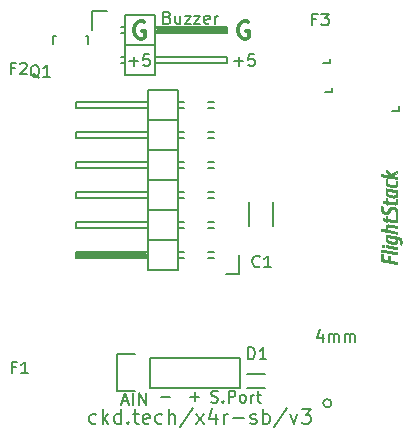
<source format=gto>
G04 #@! TF.FileFunction,Legend,Top*
%FSLAX46Y46*%
G04 Gerber Fmt 4.6, Leading zero omitted, Abs format (unit mm)*
G04 Created by KiCad (PCBNEW 4.0.1-stable) date Tuesday, March 08, 2016 'PMt' 12:04:07 PM*
%MOMM*%
G01*
G04 APERTURE LIST*
%ADD10C,0.100000*%
%ADD11C,0.150000*%
%ADD12C,0.300000*%
%ADD13C,0.200000*%
%ADD14C,0.010000*%
G04 APERTURE END LIST*
D10*
D11*
X151562857Y-94751429D02*
X152324762Y-94751429D01*
X151943810Y-95132381D02*
X151943810Y-94370476D01*
X153277143Y-94132381D02*
X152800952Y-94132381D01*
X152753333Y-94608571D01*
X152800952Y-94560952D01*
X152896190Y-94513333D01*
X153134286Y-94513333D01*
X153229524Y-94560952D01*
X153277143Y-94608571D01*
X153324762Y-94703810D01*
X153324762Y-94941905D01*
X153277143Y-95037143D01*
X153229524Y-95084762D01*
X153134286Y-95132381D01*
X152896190Y-95132381D01*
X152800952Y-95084762D01*
X152753333Y-95037143D01*
D12*
X152762857Y-91410000D02*
X152620000Y-91338571D01*
X152405714Y-91338571D01*
X152191429Y-91410000D01*
X152048571Y-91552857D01*
X151977143Y-91695714D01*
X151905714Y-91981429D01*
X151905714Y-92195714D01*
X151977143Y-92481429D01*
X152048571Y-92624286D01*
X152191429Y-92767143D01*
X152405714Y-92838571D01*
X152548571Y-92838571D01*
X152762857Y-92767143D01*
X152834286Y-92695714D01*
X152834286Y-92195714D01*
X152548571Y-92195714D01*
D11*
X142120000Y-123536667D02*
X142596191Y-123536667D01*
X142024762Y-123822381D02*
X142358095Y-122822381D01*
X142691429Y-123822381D01*
X143024762Y-123822381D02*
X143024762Y-122822381D01*
X143500952Y-123822381D02*
X143500952Y-122822381D01*
X144072381Y-123822381D01*
X144072381Y-122822381D01*
X145359048Y-123161429D02*
X146120953Y-123161429D01*
X147849048Y-123161429D02*
X148610953Y-123161429D01*
X148230001Y-123542381D02*
X148230001Y-122780476D01*
X149618571Y-123584762D02*
X149761428Y-123632381D01*
X149999524Y-123632381D01*
X150094762Y-123584762D01*
X150142381Y-123537143D01*
X150190000Y-123441905D01*
X150190000Y-123346667D01*
X150142381Y-123251429D01*
X150094762Y-123203810D01*
X149999524Y-123156190D01*
X149809047Y-123108571D01*
X149713809Y-123060952D01*
X149666190Y-123013333D01*
X149618571Y-122918095D01*
X149618571Y-122822857D01*
X149666190Y-122727619D01*
X149713809Y-122680000D01*
X149809047Y-122632381D01*
X150047143Y-122632381D01*
X150190000Y-122680000D01*
X150618571Y-123537143D02*
X150666190Y-123584762D01*
X150618571Y-123632381D01*
X150570952Y-123584762D01*
X150618571Y-123537143D01*
X150618571Y-123632381D01*
X151094761Y-123632381D02*
X151094761Y-122632381D01*
X151475714Y-122632381D01*
X151570952Y-122680000D01*
X151618571Y-122727619D01*
X151666190Y-122822857D01*
X151666190Y-122965714D01*
X151618571Y-123060952D01*
X151570952Y-123108571D01*
X151475714Y-123156190D01*
X151094761Y-123156190D01*
X152237618Y-123632381D02*
X152142380Y-123584762D01*
X152094761Y-123537143D01*
X152047142Y-123441905D01*
X152047142Y-123156190D01*
X152094761Y-123060952D01*
X152142380Y-123013333D01*
X152237618Y-122965714D01*
X152380476Y-122965714D01*
X152475714Y-123013333D01*
X152523333Y-123060952D01*
X152570952Y-123156190D01*
X152570952Y-123441905D01*
X152523333Y-123537143D01*
X152475714Y-123584762D01*
X152380476Y-123632381D01*
X152237618Y-123632381D01*
X152999523Y-123632381D02*
X152999523Y-122965714D01*
X152999523Y-123156190D02*
X153047142Y-123060952D01*
X153094761Y-123013333D01*
X153189999Y-122965714D01*
X153285238Y-122965714D01*
X153475714Y-122965714D02*
X153856666Y-122965714D01*
X153618571Y-122632381D02*
X153618571Y-123489524D01*
X153666190Y-123584762D01*
X153761428Y-123632381D01*
X153856666Y-123632381D01*
D13*
X139900237Y-125375952D02*
X139781190Y-125435476D01*
X139543094Y-125435476D01*
X139424047Y-125375952D01*
X139364523Y-125316429D01*
X139304999Y-125197381D01*
X139304999Y-124840238D01*
X139364523Y-124721190D01*
X139424047Y-124661667D01*
X139543094Y-124602143D01*
X139781190Y-124602143D01*
X139900237Y-124661667D01*
X140435952Y-125435476D02*
X140435952Y-124185476D01*
X140555000Y-124959286D02*
X140912143Y-125435476D01*
X140912143Y-124602143D02*
X140435952Y-125078333D01*
X141983571Y-125435476D02*
X141983571Y-124185476D01*
X141983571Y-125375952D02*
X141864524Y-125435476D01*
X141626428Y-125435476D01*
X141507381Y-125375952D01*
X141447857Y-125316429D01*
X141388333Y-125197381D01*
X141388333Y-124840238D01*
X141447857Y-124721190D01*
X141507381Y-124661667D01*
X141626428Y-124602143D01*
X141864524Y-124602143D01*
X141983571Y-124661667D01*
X142578809Y-125316429D02*
X142638333Y-125375952D01*
X142578809Y-125435476D01*
X142519285Y-125375952D01*
X142578809Y-125316429D01*
X142578809Y-125435476D01*
X142995476Y-124602143D02*
X143471666Y-124602143D01*
X143174047Y-124185476D02*
X143174047Y-125256905D01*
X143233571Y-125375952D01*
X143352618Y-125435476D01*
X143471666Y-125435476D01*
X144364524Y-125375952D02*
X144245476Y-125435476D01*
X144007381Y-125435476D01*
X143888333Y-125375952D01*
X143828809Y-125256905D01*
X143828809Y-124780714D01*
X143888333Y-124661667D01*
X144007381Y-124602143D01*
X144245476Y-124602143D01*
X144364524Y-124661667D01*
X144424047Y-124780714D01*
X144424047Y-124899762D01*
X143828809Y-125018810D01*
X145495476Y-125375952D02*
X145376429Y-125435476D01*
X145138333Y-125435476D01*
X145019286Y-125375952D01*
X144959762Y-125316429D01*
X144900238Y-125197381D01*
X144900238Y-124840238D01*
X144959762Y-124721190D01*
X145019286Y-124661667D01*
X145138333Y-124602143D01*
X145376429Y-124602143D01*
X145495476Y-124661667D01*
X146031191Y-125435476D02*
X146031191Y-124185476D01*
X146566905Y-125435476D02*
X146566905Y-124780714D01*
X146507382Y-124661667D01*
X146388334Y-124602143D01*
X146209762Y-124602143D01*
X146090715Y-124661667D01*
X146031191Y-124721190D01*
X148055000Y-124125952D02*
X146983572Y-125733095D01*
X148352619Y-125435476D02*
X149007381Y-124602143D01*
X148352619Y-124602143D02*
X149007381Y-125435476D01*
X150019286Y-124602143D02*
X150019286Y-125435476D01*
X149721667Y-124125952D02*
X149424048Y-125018810D01*
X150197858Y-125018810D01*
X150674048Y-125435476D02*
X150674048Y-124602143D01*
X150674048Y-124840238D02*
X150733572Y-124721190D01*
X150793096Y-124661667D01*
X150912143Y-124602143D01*
X151031191Y-124602143D01*
X151447858Y-124959286D02*
X152400239Y-124959286D01*
X152935953Y-125375952D02*
X153055001Y-125435476D01*
X153293096Y-125435476D01*
X153412144Y-125375952D01*
X153471668Y-125256905D01*
X153471668Y-125197381D01*
X153412144Y-125078333D01*
X153293096Y-125018810D01*
X153114525Y-125018810D01*
X152995477Y-124959286D01*
X152935953Y-124840238D01*
X152935953Y-124780714D01*
X152995477Y-124661667D01*
X153114525Y-124602143D01*
X153293096Y-124602143D01*
X153412144Y-124661667D01*
X154007382Y-125435476D02*
X154007382Y-124185476D01*
X154007382Y-124661667D02*
X154126430Y-124602143D01*
X154364525Y-124602143D01*
X154483573Y-124661667D01*
X154543096Y-124721190D01*
X154602620Y-124840238D01*
X154602620Y-125197381D01*
X154543096Y-125316429D01*
X154483573Y-125375952D01*
X154364525Y-125435476D01*
X154126430Y-125435476D01*
X154007382Y-125375952D01*
X156031191Y-124125952D02*
X154959763Y-125733095D01*
X156328810Y-124602143D02*
X156626429Y-125435476D01*
X156924049Y-124602143D01*
X157281191Y-124185476D02*
X158055001Y-124185476D01*
X157638334Y-124661667D01*
X157816906Y-124661667D01*
X157935953Y-124721190D01*
X157995477Y-124780714D01*
X158055001Y-124899762D01*
X158055001Y-125197381D01*
X157995477Y-125316429D01*
X157935953Y-125375952D01*
X157816906Y-125435476D01*
X157459763Y-125435476D01*
X157340715Y-125375952D01*
X157281191Y-125316429D01*
D11*
X145901429Y-91028571D02*
X146044286Y-91076190D01*
X146091905Y-91123810D01*
X146139524Y-91219048D01*
X146139524Y-91361905D01*
X146091905Y-91457143D01*
X146044286Y-91504762D01*
X145949048Y-91552381D01*
X145568095Y-91552381D01*
X145568095Y-90552381D01*
X145901429Y-90552381D01*
X145996667Y-90600000D01*
X146044286Y-90647619D01*
X146091905Y-90742857D01*
X146091905Y-90838095D01*
X146044286Y-90933333D01*
X145996667Y-90980952D01*
X145901429Y-91028571D01*
X145568095Y-91028571D01*
X146996667Y-90885714D02*
X146996667Y-91552381D01*
X146568095Y-90885714D02*
X146568095Y-91409524D01*
X146615714Y-91504762D01*
X146710952Y-91552381D01*
X146853810Y-91552381D01*
X146949048Y-91504762D01*
X146996667Y-91457143D01*
X147377619Y-90885714D02*
X147901429Y-90885714D01*
X147377619Y-91552381D01*
X147901429Y-91552381D01*
X148187143Y-90885714D02*
X148710953Y-90885714D01*
X148187143Y-91552381D01*
X148710953Y-91552381D01*
X149472858Y-91504762D02*
X149377620Y-91552381D01*
X149187143Y-91552381D01*
X149091905Y-91504762D01*
X149044286Y-91409524D01*
X149044286Y-91028571D01*
X149091905Y-90933333D01*
X149187143Y-90885714D01*
X149377620Y-90885714D01*
X149472858Y-90933333D01*
X149520477Y-91028571D01*
X149520477Y-91123810D01*
X149044286Y-91219048D01*
X149949048Y-91552381D02*
X149949048Y-90885714D01*
X149949048Y-91076190D02*
X149996667Y-90980952D01*
X150044286Y-90933333D01*
X150139524Y-90885714D01*
X150234763Y-90885714D01*
X142662857Y-94751429D02*
X143424762Y-94751429D01*
X143043810Y-95132381D02*
X143043810Y-94370476D01*
X144377143Y-94132381D02*
X143900952Y-94132381D01*
X143853333Y-94608571D01*
X143900952Y-94560952D01*
X143996190Y-94513333D01*
X144234286Y-94513333D01*
X144329524Y-94560952D01*
X144377143Y-94608571D01*
X144424762Y-94703810D01*
X144424762Y-94941905D01*
X144377143Y-95037143D01*
X144329524Y-95084762D01*
X144234286Y-95132381D01*
X143996190Y-95132381D01*
X143900952Y-95084762D01*
X143853333Y-95037143D01*
D12*
X143962857Y-91410000D02*
X143820000Y-91338571D01*
X143605714Y-91338571D01*
X143391429Y-91410000D01*
X143248571Y-91552857D01*
X143177143Y-91695714D01*
X143105714Y-91981429D01*
X143105714Y-92195714D01*
X143177143Y-92481429D01*
X143248571Y-92624286D01*
X143391429Y-92767143D01*
X143605714Y-92838571D01*
X143748571Y-92838571D01*
X143962857Y-92767143D01*
X144034286Y-92695714D01*
X144034286Y-92195714D01*
X143748571Y-92195714D01*
D11*
X159057144Y-117815714D02*
X159057144Y-118482381D01*
X158819048Y-117434762D02*
X158580953Y-118149048D01*
X159200001Y-118149048D01*
X159580953Y-118482381D02*
X159580953Y-117815714D01*
X159580953Y-117910952D02*
X159628572Y-117863333D01*
X159723810Y-117815714D01*
X159866668Y-117815714D01*
X159961906Y-117863333D01*
X160009525Y-117958571D01*
X160009525Y-118482381D01*
X160009525Y-117958571D02*
X160057144Y-117863333D01*
X160152382Y-117815714D01*
X160295239Y-117815714D01*
X160390477Y-117863333D01*
X160438096Y-117958571D01*
X160438096Y-118482381D01*
X160914286Y-118482381D02*
X160914286Y-117815714D01*
X160914286Y-117910952D02*
X160961905Y-117863333D01*
X161057143Y-117815714D01*
X161200001Y-117815714D01*
X161295239Y-117863333D01*
X161342858Y-117958571D01*
X161342858Y-118482381D01*
X161342858Y-117958571D02*
X161390477Y-117863333D01*
X161485715Y-117815714D01*
X161628572Y-117815714D01*
X161723810Y-117863333D01*
X161771429Y-117958571D01*
X161771429Y-118482381D01*
X159803553Y-123700000D02*
G75*
G03X159803553Y-123700000I-353553J0D01*
G01*
X159109620Y-94920560D02*
X159678580Y-94920560D01*
X159678580Y-94920560D02*
X159678580Y-94509080D01*
X164947700Y-98920560D02*
X165516660Y-98920560D01*
X165516660Y-98920560D02*
X165516660Y-98509080D01*
X159259620Y-97370560D02*
X159828580Y-97370560D01*
X159828580Y-97370560D02*
X159828580Y-96959080D01*
X152785000Y-106650000D02*
X152785000Y-108650000D01*
X154835000Y-108650000D02*
X154835000Y-106650000D01*
X154200000Y-121200000D02*
X152650000Y-121200000D01*
X154200000Y-122400000D02*
X152650000Y-122400000D01*
X144450000Y-122360000D02*
X152070000Y-122360000D01*
X144450000Y-119820000D02*
X152070000Y-119820000D01*
X141630000Y-119540000D02*
X143180000Y-119540000D01*
X152070000Y-122360000D02*
X152070000Y-119820000D01*
X144450000Y-119820000D02*
X144450000Y-122360000D01*
X143180000Y-122640000D02*
X141630000Y-122640000D01*
X141630000Y-122640000D02*
X141630000Y-119540000D01*
X149326000Y-98734000D02*
X149834000Y-98734000D01*
X149326000Y-98226000D02*
X149834000Y-98226000D01*
X149326000Y-100766000D02*
X149834000Y-100766000D01*
X149326000Y-101274000D02*
X149834000Y-101274000D01*
X149326000Y-103306000D02*
X149834000Y-103306000D01*
X149326000Y-103814000D02*
X149834000Y-103814000D01*
X149326000Y-111434000D02*
X149834000Y-111434000D01*
X149326000Y-110926000D02*
X149834000Y-110926000D01*
X149326000Y-105846000D02*
X149834000Y-105846000D01*
X149326000Y-106354000D02*
X149834000Y-106354000D01*
X149326000Y-108386000D02*
X149834000Y-108386000D01*
X149326000Y-108894000D02*
X149834000Y-108894000D01*
X146786000Y-98226000D02*
X147294000Y-98226000D01*
X146786000Y-98734000D02*
X147294000Y-98734000D01*
X146786000Y-100766000D02*
X147294000Y-100766000D01*
X146786000Y-101274000D02*
X147294000Y-101274000D01*
X146786000Y-111434000D02*
X147294000Y-111434000D01*
X146786000Y-110926000D02*
X147294000Y-110926000D01*
X146786000Y-108894000D02*
X147294000Y-108894000D01*
X146786000Y-108386000D02*
X147294000Y-108386000D01*
X146786000Y-103306000D02*
X147294000Y-103306000D01*
X146786000Y-103814000D02*
X147294000Y-103814000D01*
X146786000Y-105846000D02*
X147294000Y-105846000D01*
X146786000Y-106354000D02*
X147294000Y-106354000D01*
X150850000Y-112730000D02*
X152000000Y-112730000D01*
X152000000Y-112730000D02*
X152000000Y-111180000D01*
X144246000Y-111307000D02*
X138277000Y-111307000D01*
X138277000Y-111307000D02*
X138277000Y-111053000D01*
X138277000Y-111053000D02*
X144119000Y-111053000D01*
X144119000Y-111053000D02*
X144119000Y-111180000D01*
X144119000Y-111180000D02*
X138277000Y-111180000D01*
X146786000Y-102290000D02*
X144246000Y-102290000D01*
X146786000Y-102290000D02*
X146786000Y-99750000D01*
X146786000Y-99750000D02*
X144246000Y-99750000D01*
X144246000Y-101274000D02*
X138150000Y-101274000D01*
X138150000Y-101274000D02*
X138150000Y-100766000D01*
X138150000Y-100766000D02*
X144246000Y-100766000D01*
X144246000Y-99750000D02*
X144246000Y-102290000D01*
X144246000Y-97210000D02*
X144246000Y-99750000D01*
X138150000Y-98226000D02*
X144246000Y-98226000D01*
X138150000Y-98734000D02*
X138150000Y-98226000D01*
X144246000Y-98734000D02*
X138150000Y-98734000D01*
X146786000Y-99750000D02*
X146786000Y-97210000D01*
X146786000Y-99750000D02*
X144246000Y-99750000D01*
X146786000Y-97210000D02*
X144246000Y-97210000D01*
X146786000Y-107370000D02*
X144246000Y-107370000D01*
X146786000Y-107370000D02*
X146786000Y-104830000D01*
X146786000Y-104830000D02*
X144246000Y-104830000D01*
X144246000Y-106354000D02*
X138150000Y-106354000D01*
X138150000Y-106354000D02*
X138150000Y-105846000D01*
X138150000Y-105846000D02*
X144246000Y-105846000D01*
X144246000Y-104830000D02*
X144246000Y-107370000D01*
X144246000Y-102290000D02*
X144246000Y-104830000D01*
X138150000Y-103306000D02*
X144246000Y-103306000D01*
X138150000Y-103814000D02*
X138150000Y-103306000D01*
X144246000Y-103814000D02*
X138150000Y-103814000D01*
X146786000Y-102290000D02*
X144246000Y-102290000D01*
X146786000Y-104830000D02*
X146786000Y-102290000D01*
X146786000Y-104830000D02*
X144246000Y-104830000D01*
X146786000Y-109910000D02*
X144246000Y-109910000D01*
X146786000Y-109910000D02*
X146786000Y-107370000D01*
X146786000Y-107370000D02*
X144246000Y-107370000D01*
X144246000Y-108894000D02*
X138150000Y-108894000D01*
X138150000Y-108894000D02*
X138150000Y-108386000D01*
X138150000Y-108386000D02*
X144246000Y-108386000D01*
X144246000Y-107370000D02*
X144246000Y-109910000D01*
X144246000Y-109910000D02*
X144246000Y-112450000D01*
X138150000Y-110926000D02*
X144246000Y-110926000D01*
X138150000Y-111434000D02*
X138150000Y-110926000D01*
X144246000Y-111434000D02*
X138150000Y-111434000D01*
X146786000Y-109910000D02*
X144246000Y-109910000D01*
X146786000Y-112450000D02*
X146786000Y-109910000D01*
X146786000Y-112450000D02*
X144246000Y-112450000D01*
X139500000Y-90510000D02*
X139500000Y-92060000D01*
X140800000Y-90510000D02*
X139500000Y-90510000D01*
X144991000Y-91933000D02*
X150833000Y-91933000D01*
X150833000Y-91933000D02*
X150833000Y-92187000D01*
X150833000Y-92187000D02*
X144991000Y-92187000D01*
X144991000Y-92187000D02*
X144991000Y-92060000D01*
X144991000Y-92060000D02*
X150833000Y-92060000D01*
X142324000Y-91806000D02*
X141943000Y-91806000D01*
X142324000Y-92314000D02*
X141943000Y-92314000D01*
X142324000Y-94346000D02*
X141943000Y-94346000D01*
X142324000Y-94854000D02*
X141943000Y-94854000D01*
X142324000Y-90790000D02*
X144864000Y-90790000D01*
X142324000Y-93330000D02*
X144864000Y-93330000D01*
X142324000Y-93330000D02*
X142324000Y-95870000D01*
X142324000Y-95870000D02*
X144864000Y-95870000D01*
X144864000Y-94346000D02*
X150960000Y-94346000D01*
X150960000Y-94346000D02*
X150960000Y-94854000D01*
X150960000Y-94854000D02*
X144864000Y-94854000D01*
X144864000Y-95870000D02*
X144864000Y-93330000D01*
X144864000Y-93330000D02*
X144864000Y-90790000D01*
X150960000Y-92314000D02*
X144864000Y-92314000D01*
X150960000Y-91806000D02*
X150960000Y-92314000D01*
X144864000Y-91806000D02*
X150960000Y-91806000D01*
X142324000Y-93330000D02*
X144864000Y-93330000D01*
X142324000Y-90790000D02*
X142324000Y-93330000D01*
X136230180Y-93300800D02*
X136230180Y-92599760D01*
X136230180Y-92599760D02*
X136479100Y-92599760D01*
X139029160Y-92599760D02*
X139229820Y-92599760D01*
X139229820Y-92599760D02*
X139229820Y-93300800D01*
D14*
G36*
X164379952Y-109685750D02*
X164383674Y-109638814D01*
X164390308Y-109591077D01*
X164396230Y-109559530D01*
X164399947Y-109542624D01*
X164404096Y-109525576D01*
X164408546Y-109508787D01*
X164413163Y-109492659D01*
X164417817Y-109477592D01*
X164422375Y-109463986D01*
X164426706Y-109452243D01*
X164430677Y-109442764D01*
X164434157Y-109435947D01*
X164437014Y-109432196D01*
X164438338Y-109431582D01*
X164440608Y-109431906D01*
X164446410Y-109432852D01*
X164455542Y-109434386D01*
X164467801Y-109436472D01*
X164482987Y-109439075D01*
X164500897Y-109442160D01*
X164521329Y-109445691D01*
X164544081Y-109449633D01*
X164568952Y-109453950D01*
X164595740Y-109458607D01*
X164624242Y-109463569D01*
X164654258Y-109468800D01*
X164685585Y-109474266D01*
X164718021Y-109479929D01*
X164751365Y-109485756D01*
X164785414Y-109491711D01*
X164819967Y-109497758D01*
X164854822Y-109503863D01*
X164889776Y-109509989D01*
X164924629Y-109516102D01*
X164959179Y-109522165D01*
X164993223Y-109528144D01*
X165026559Y-109534004D01*
X165058986Y-109539708D01*
X165090302Y-109545222D01*
X165120305Y-109550510D01*
X165148793Y-109555537D01*
X165175565Y-109560267D01*
X165200418Y-109564665D01*
X165223151Y-109568696D01*
X165243561Y-109572324D01*
X165261448Y-109575514D01*
X165276608Y-109578231D01*
X165288841Y-109580439D01*
X165297943Y-109582103D01*
X165303715Y-109583187D01*
X165305023Y-109583446D01*
X165348174Y-109593013D01*
X165389393Y-109603666D01*
X165428391Y-109615303D01*
X165464879Y-109627822D01*
X165498570Y-109641123D01*
X165529174Y-109655102D01*
X165556403Y-109669660D01*
X165565127Y-109674900D01*
X165595616Y-109695668D01*
X165623263Y-109718332D01*
X165647879Y-109742701D01*
X165669271Y-109768586D01*
X165687249Y-109795794D01*
X165688718Y-109798344D01*
X165699337Y-109819363D01*
X165709149Y-109843436D01*
X165717957Y-109869878D01*
X165725564Y-109898000D01*
X165731775Y-109927116D01*
X165736392Y-109956540D01*
X165737985Y-109970572D01*
X165739119Y-109984684D01*
X165740002Y-110000994D01*
X165740616Y-110018513D01*
X165740944Y-110036256D01*
X165740968Y-110053236D01*
X165740670Y-110068464D01*
X165740032Y-110080955D01*
X165739991Y-110081489D01*
X165734170Y-110132413D01*
X165724642Y-110183972D01*
X165719983Y-110204008D01*
X165717134Y-110215138D01*
X165714099Y-110226213D01*
X165711094Y-110236518D01*
X165708334Y-110245336D01*
X165706036Y-110251952D01*
X165704417Y-110255649D01*
X165704340Y-110255771D01*
X165703102Y-110256536D01*
X165700393Y-110256796D01*
X165695764Y-110256506D01*
X165688763Y-110255620D01*
X165678941Y-110254094D01*
X165665940Y-110251897D01*
X165629157Y-110245544D01*
X165628107Y-110124313D01*
X165627878Y-110099154D01*
X165627652Y-110077478D01*
X165627420Y-110058976D01*
X165627172Y-110043339D01*
X165626898Y-110030258D01*
X165626588Y-110019426D01*
X165626234Y-110010532D01*
X165625825Y-110003270D01*
X165625351Y-109997329D01*
X165624804Y-109992402D01*
X165624173Y-109988180D01*
X165623782Y-109986023D01*
X165618382Y-109961314D01*
X165612198Y-109939733D01*
X165604999Y-109920656D01*
X165596555Y-109903460D01*
X165588372Y-109890074D01*
X165581612Y-109881161D01*
X165572520Y-109870869D01*
X165561886Y-109859967D01*
X165550503Y-109849222D01*
X165539161Y-109839402D01*
X165528654Y-109831276D01*
X165525602Y-109829162D01*
X165508029Y-109818460D01*
X165487473Y-109807740D01*
X165464721Y-109797347D01*
X165440564Y-109787628D01*
X165415790Y-109778925D01*
X165398740Y-109773692D01*
X165390456Y-109771433D01*
X165380356Y-109768873D01*
X165369145Y-109766169D01*
X165357527Y-109763478D01*
X165346207Y-109760958D01*
X165335889Y-109758766D01*
X165327276Y-109757061D01*
X165321074Y-109755998D01*
X165318326Y-109755717D01*
X165317554Y-109756843D01*
X165318230Y-109760434D01*
X165320443Y-109766808D01*
X165323807Y-109775146D01*
X165334996Y-109803919D01*
X165344545Y-109832627D01*
X165352212Y-109860448D01*
X165357758Y-109886560D01*
X165359412Y-109896933D01*
X165360380Y-109906366D01*
X165361091Y-109918630D01*
X165361546Y-109932841D01*
X165361744Y-109948111D01*
X165361685Y-109963556D01*
X165361368Y-109978289D01*
X165360793Y-109991425D01*
X165359958Y-110002078D01*
X165359480Y-110005948D01*
X165356652Y-110022220D01*
X165352884Y-110039321D01*
X165348516Y-110055894D01*
X165343888Y-110070579D01*
X165342051Y-110075593D01*
X165332428Y-110095612D01*
X165319546Y-110114745D01*
X165303923Y-110132459D01*
X165286074Y-110148219D01*
X165266516Y-110161491D01*
X165251506Y-110169279D01*
X165223613Y-110180073D01*
X165192767Y-110188501D01*
X165158981Y-110194563D01*
X165122266Y-110198257D01*
X165082632Y-110199582D01*
X165040090Y-110198539D01*
X165037836Y-110198370D01*
X165037836Y-110027733D01*
X165069159Y-110027569D01*
X165098773Y-110025802D01*
X165126104Y-110022453D01*
X165150579Y-110017539D01*
X165151848Y-110017219D01*
X165173997Y-110009962D01*
X165193307Y-110000200D01*
X165209780Y-109987931D01*
X165223417Y-109973153D01*
X165234219Y-109955863D01*
X165242188Y-109936059D01*
X165247325Y-109913738D01*
X165249632Y-109888898D01*
X165249109Y-109861536D01*
X165246959Y-109840103D01*
X165244949Y-109827946D01*
X165242046Y-109814758D01*
X165238442Y-109801069D01*
X165234326Y-109787413D01*
X165229889Y-109774322D01*
X165225319Y-109762329D01*
X165220808Y-109751965D01*
X165216546Y-109743763D01*
X165212721Y-109738255D01*
X165209812Y-109736042D01*
X165207595Y-109735605D01*
X165201874Y-109734554D01*
X165192869Y-109732928D01*
X165180802Y-109730765D01*
X165165895Y-109728105D01*
X165148369Y-109724986D01*
X165128444Y-109721448D01*
X165106344Y-109717530D01*
X165082287Y-109713269D01*
X165056497Y-109708707D01*
X165029195Y-109703880D01*
X165000601Y-109698830D01*
X164970938Y-109693593D01*
X164940425Y-109688210D01*
X164909286Y-109682719D01*
X164877741Y-109677160D01*
X164846011Y-109671571D01*
X164814319Y-109665991D01*
X164782884Y-109660460D01*
X164751929Y-109655016D01*
X164721675Y-109649698D01*
X164692343Y-109644546D01*
X164664154Y-109639597D01*
X164637331Y-109634892D01*
X164612093Y-109630469D01*
X164588663Y-109626367D01*
X164567262Y-109622625D01*
X164548112Y-109619283D01*
X164531433Y-109616378D01*
X164517447Y-109613951D01*
X164506375Y-109612039D01*
X164498438Y-109610683D01*
X164493859Y-109609921D01*
X164492770Y-109609761D01*
X164492136Y-109611580D01*
X164491643Y-109616733D01*
X164491286Y-109624767D01*
X164491056Y-109635229D01*
X164490947Y-109647665D01*
X164490951Y-109661622D01*
X164491062Y-109676646D01*
X164491273Y-109692284D01*
X164491577Y-109708082D01*
X164491966Y-109723587D01*
X164492433Y-109738345D01*
X164492972Y-109751902D01*
X164493576Y-109763807D01*
X164494238Y-109773603D01*
X164494950Y-109780840D01*
X164495465Y-109784095D01*
X164501444Y-109807400D01*
X164509166Y-109827949D01*
X164519076Y-109846549D01*
X164531617Y-109864008D01*
X164547233Y-109881131D01*
X164550849Y-109884667D01*
X164570377Y-109901393D01*
X164593354Y-109917437D01*
X164619480Y-109932651D01*
X164648450Y-109946892D01*
X164679964Y-109960013D01*
X164713717Y-109971869D01*
X164749408Y-109982315D01*
X164759112Y-109984818D01*
X164779599Y-109989677D01*
X164803052Y-109994756D01*
X164828667Y-109999912D01*
X164855638Y-110005000D01*
X164883159Y-110009873D01*
X164910423Y-110014389D01*
X164936625Y-110018400D01*
X164960959Y-110021763D01*
X164972358Y-110023178D01*
X165005378Y-110026275D01*
X165037836Y-110027733D01*
X165037836Y-110198370D01*
X164994653Y-110195125D01*
X164962881Y-110191548D01*
X164921114Y-110185733D01*
X164879306Y-110178889D01*
X164837973Y-110171134D01*
X164797631Y-110162586D01*
X164758796Y-110153364D01*
X164721985Y-110143587D01*
X164687714Y-110133373D01*
X164656498Y-110122841D01*
X164644438Y-110118358D01*
X164608077Y-110103282D01*
X164575130Y-110087202D01*
X164545312Y-110069944D01*
X164518338Y-110051333D01*
X164493922Y-110031193D01*
X164479523Y-110017437D01*
X164458099Y-109993665D01*
X164439676Y-109968594D01*
X164424028Y-109941804D01*
X164410930Y-109912877D01*
X164400156Y-109881394D01*
X164394211Y-109859023D01*
X164386269Y-109818521D01*
X164381247Y-109775926D01*
X164379142Y-109731562D01*
X164379952Y-109685750D01*
X164379952Y-109685750D01*
G37*
X164379952Y-109685750D02*
X164383674Y-109638814D01*
X164390308Y-109591077D01*
X164396230Y-109559530D01*
X164399947Y-109542624D01*
X164404096Y-109525576D01*
X164408546Y-109508787D01*
X164413163Y-109492659D01*
X164417817Y-109477592D01*
X164422375Y-109463986D01*
X164426706Y-109452243D01*
X164430677Y-109442764D01*
X164434157Y-109435947D01*
X164437014Y-109432196D01*
X164438338Y-109431582D01*
X164440608Y-109431906D01*
X164446410Y-109432852D01*
X164455542Y-109434386D01*
X164467801Y-109436472D01*
X164482987Y-109439075D01*
X164500897Y-109442160D01*
X164521329Y-109445691D01*
X164544081Y-109449633D01*
X164568952Y-109453950D01*
X164595740Y-109458607D01*
X164624242Y-109463569D01*
X164654258Y-109468800D01*
X164685585Y-109474266D01*
X164718021Y-109479929D01*
X164751365Y-109485756D01*
X164785414Y-109491711D01*
X164819967Y-109497758D01*
X164854822Y-109503863D01*
X164889776Y-109509989D01*
X164924629Y-109516102D01*
X164959179Y-109522165D01*
X164993223Y-109528144D01*
X165026559Y-109534004D01*
X165058986Y-109539708D01*
X165090302Y-109545222D01*
X165120305Y-109550510D01*
X165148793Y-109555537D01*
X165175565Y-109560267D01*
X165200418Y-109564665D01*
X165223151Y-109568696D01*
X165243561Y-109572324D01*
X165261448Y-109575514D01*
X165276608Y-109578231D01*
X165288841Y-109580439D01*
X165297943Y-109582103D01*
X165303715Y-109583187D01*
X165305023Y-109583446D01*
X165348174Y-109593013D01*
X165389393Y-109603666D01*
X165428391Y-109615303D01*
X165464879Y-109627822D01*
X165498570Y-109641123D01*
X165529174Y-109655102D01*
X165556403Y-109669660D01*
X165565127Y-109674900D01*
X165595616Y-109695668D01*
X165623263Y-109718332D01*
X165647879Y-109742701D01*
X165669271Y-109768586D01*
X165687249Y-109795794D01*
X165688718Y-109798344D01*
X165699337Y-109819363D01*
X165709149Y-109843436D01*
X165717957Y-109869878D01*
X165725564Y-109898000D01*
X165731775Y-109927116D01*
X165736392Y-109956540D01*
X165737985Y-109970572D01*
X165739119Y-109984684D01*
X165740002Y-110000994D01*
X165740616Y-110018513D01*
X165740944Y-110036256D01*
X165740968Y-110053236D01*
X165740670Y-110068464D01*
X165740032Y-110080955D01*
X165739991Y-110081489D01*
X165734170Y-110132413D01*
X165724642Y-110183972D01*
X165719983Y-110204008D01*
X165717134Y-110215138D01*
X165714099Y-110226213D01*
X165711094Y-110236518D01*
X165708334Y-110245336D01*
X165706036Y-110251952D01*
X165704417Y-110255649D01*
X165704340Y-110255771D01*
X165703102Y-110256536D01*
X165700393Y-110256796D01*
X165695764Y-110256506D01*
X165688763Y-110255620D01*
X165678941Y-110254094D01*
X165665940Y-110251897D01*
X165629157Y-110245544D01*
X165628107Y-110124313D01*
X165627878Y-110099154D01*
X165627652Y-110077478D01*
X165627420Y-110058976D01*
X165627172Y-110043339D01*
X165626898Y-110030258D01*
X165626588Y-110019426D01*
X165626234Y-110010532D01*
X165625825Y-110003270D01*
X165625351Y-109997329D01*
X165624804Y-109992402D01*
X165624173Y-109988180D01*
X165623782Y-109986023D01*
X165618382Y-109961314D01*
X165612198Y-109939733D01*
X165604999Y-109920656D01*
X165596555Y-109903460D01*
X165588372Y-109890074D01*
X165581612Y-109881161D01*
X165572520Y-109870869D01*
X165561886Y-109859967D01*
X165550503Y-109849222D01*
X165539161Y-109839402D01*
X165528654Y-109831276D01*
X165525602Y-109829162D01*
X165508029Y-109818460D01*
X165487473Y-109807740D01*
X165464721Y-109797347D01*
X165440564Y-109787628D01*
X165415790Y-109778925D01*
X165398740Y-109773692D01*
X165390456Y-109771433D01*
X165380356Y-109768873D01*
X165369145Y-109766169D01*
X165357527Y-109763478D01*
X165346207Y-109760958D01*
X165335889Y-109758766D01*
X165327276Y-109757061D01*
X165321074Y-109755998D01*
X165318326Y-109755717D01*
X165317554Y-109756843D01*
X165318230Y-109760434D01*
X165320443Y-109766808D01*
X165323807Y-109775146D01*
X165334996Y-109803919D01*
X165344545Y-109832627D01*
X165352212Y-109860448D01*
X165357758Y-109886560D01*
X165359412Y-109896933D01*
X165360380Y-109906366D01*
X165361091Y-109918630D01*
X165361546Y-109932841D01*
X165361744Y-109948111D01*
X165361685Y-109963556D01*
X165361368Y-109978289D01*
X165360793Y-109991425D01*
X165359958Y-110002078D01*
X165359480Y-110005948D01*
X165356652Y-110022220D01*
X165352884Y-110039321D01*
X165348516Y-110055894D01*
X165343888Y-110070579D01*
X165342051Y-110075593D01*
X165332428Y-110095612D01*
X165319546Y-110114745D01*
X165303923Y-110132459D01*
X165286074Y-110148219D01*
X165266516Y-110161491D01*
X165251506Y-110169279D01*
X165223613Y-110180073D01*
X165192767Y-110188501D01*
X165158981Y-110194563D01*
X165122266Y-110198257D01*
X165082632Y-110199582D01*
X165040090Y-110198539D01*
X165037836Y-110198370D01*
X165037836Y-110027733D01*
X165069159Y-110027569D01*
X165098773Y-110025802D01*
X165126104Y-110022453D01*
X165150579Y-110017539D01*
X165151848Y-110017219D01*
X165173997Y-110009962D01*
X165193307Y-110000200D01*
X165209780Y-109987931D01*
X165223417Y-109973153D01*
X165234219Y-109955863D01*
X165242188Y-109936059D01*
X165247325Y-109913738D01*
X165249632Y-109888898D01*
X165249109Y-109861536D01*
X165246959Y-109840103D01*
X165244949Y-109827946D01*
X165242046Y-109814758D01*
X165238442Y-109801069D01*
X165234326Y-109787413D01*
X165229889Y-109774322D01*
X165225319Y-109762329D01*
X165220808Y-109751965D01*
X165216546Y-109743763D01*
X165212721Y-109738255D01*
X165209812Y-109736042D01*
X165207595Y-109735605D01*
X165201874Y-109734554D01*
X165192869Y-109732928D01*
X165180802Y-109730765D01*
X165165895Y-109728105D01*
X165148369Y-109724986D01*
X165128444Y-109721448D01*
X165106344Y-109717530D01*
X165082287Y-109713269D01*
X165056497Y-109708707D01*
X165029195Y-109703880D01*
X165000601Y-109698830D01*
X164970938Y-109693593D01*
X164940425Y-109688210D01*
X164909286Y-109682719D01*
X164877741Y-109677160D01*
X164846011Y-109671571D01*
X164814319Y-109665991D01*
X164782884Y-109660460D01*
X164751929Y-109655016D01*
X164721675Y-109649698D01*
X164692343Y-109644546D01*
X164664154Y-109639597D01*
X164637331Y-109634892D01*
X164612093Y-109630469D01*
X164588663Y-109626367D01*
X164567262Y-109622625D01*
X164548112Y-109619283D01*
X164531433Y-109616378D01*
X164517447Y-109613951D01*
X164506375Y-109612039D01*
X164498438Y-109610683D01*
X164493859Y-109609921D01*
X164492770Y-109609761D01*
X164492136Y-109611580D01*
X164491643Y-109616733D01*
X164491286Y-109624767D01*
X164491056Y-109635229D01*
X164490947Y-109647665D01*
X164490951Y-109661622D01*
X164491062Y-109676646D01*
X164491273Y-109692284D01*
X164491577Y-109708082D01*
X164491966Y-109723587D01*
X164492433Y-109738345D01*
X164492972Y-109751902D01*
X164493576Y-109763807D01*
X164494238Y-109773603D01*
X164494950Y-109780840D01*
X164495465Y-109784095D01*
X164501444Y-109807400D01*
X164509166Y-109827949D01*
X164519076Y-109846549D01*
X164531617Y-109864008D01*
X164547233Y-109881131D01*
X164550849Y-109884667D01*
X164570377Y-109901393D01*
X164593354Y-109917437D01*
X164619480Y-109932651D01*
X164648450Y-109946892D01*
X164679964Y-109960013D01*
X164713717Y-109971869D01*
X164749408Y-109982315D01*
X164759112Y-109984818D01*
X164779599Y-109989677D01*
X164803052Y-109994756D01*
X164828667Y-109999912D01*
X164855638Y-110005000D01*
X164883159Y-110009873D01*
X164910423Y-110014389D01*
X164936625Y-110018400D01*
X164960959Y-110021763D01*
X164972358Y-110023178D01*
X165005378Y-110026275D01*
X165037836Y-110027733D01*
X165037836Y-110198370D01*
X164994653Y-110195125D01*
X164962881Y-110191548D01*
X164921114Y-110185733D01*
X164879306Y-110178889D01*
X164837973Y-110171134D01*
X164797631Y-110162586D01*
X164758796Y-110153364D01*
X164721985Y-110143587D01*
X164687714Y-110133373D01*
X164656498Y-110122841D01*
X164644438Y-110118358D01*
X164608077Y-110103282D01*
X164575130Y-110087202D01*
X164545312Y-110069944D01*
X164518338Y-110051333D01*
X164493922Y-110031193D01*
X164479523Y-110017437D01*
X164458099Y-109993665D01*
X164439676Y-109968594D01*
X164424028Y-109941804D01*
X164410930Y-109912877D01*
X164400156Y-109881394D01*
X164394211Y-109859023D01*
X164386269Y-109818521D01*
X164381247Y-109775926D01*
X164379142Y-109731562D01*
X164379952Y-109685750D01*
G36*
X164193773Y-108033588D02*
X164196265Y-108034060D01*
X164202038Y-108035102D01*
X164210694Y-108036644D01*
X164221834Y-108038617D01*
X164235059Y-108040950D01*
X164249971Y-108043575D01*
X164266171Y-108046420D01*
X164283261Y-108049417D01*
X164300842Y-108052496D01*
X164318515Y-108055587D01*
X164335881Y-108058620D01*
X164352543Y-108061525D01*
X164368101Y-108064234D01*
X164382157Y-108066675D01*
X164394312Y-108068780D01*
X164404167Y-108070479D01*
X164411324Y-108071701D01*
X164415385Y-108072378D01*
X164416169Y-108072493D01*
X164416305Y-108070648D01*
X164416447Y-108065316D01*
X164416592Y-108056800D01*
X164416737Y-108045405D01*
X164416880Y-108031433D01*
X164417018Y-108015189D01*
X164417147Y-107996977D01*
X164417265Y-107977100D01*
X164417368Y-107955862D01*
X164417432Y-107940188D01*
X164417918Y-107807883D01*
X164459930Y-107815346D01*
X164501941Y-107822810D01*
X164503799Y-107829655D01*
X164505117Y-107834502D01*
X164507101Y-107841788D01*
X164509419Y-107850292D01*
X164510612Y-107854668D01*
X164520056Y-107893628D01*
X164527701Y-107934296D01*
X164533390Y-107975535D01*
X164536969Y-108016203D01*
X164538281Y-108055160D01*
X164538284Y-108057124D01*
X164538284Y-108094938D01*
X164543497Y-108096007D01*
X164546357Y-108096533D01*
X164552687Y-108097657D01*
X164562222Y-108099332D01*
X164574697Y-108101513D01*
X164589845Y-108104153D01*
X164607401Y-108107207D01*
X164627100Y-108110629D01*
X164648675Y-108114373D01*
X164671861Y-108118393D01*
X164696393Y-108122643D01*
X164722005Y-108127077D01*
X164748431Y-108131650D01*
X164775406Y-108136315D01*
X164802663Y-108141026D01*
X164829938Y-108145739D01*
X164856965Y-108150406D01*
X164883479Y-108154981D01*
X164909212Y-108159420D01*
X164933901Y-108163675D01*
X164957279Y-108167702D01*
X164979081Y-108171454D01*
X164999041Y-108174885D01*
X165016893Y-108177950D01*
X165032372Y-108180602D01*
X165045212Y-108182796D01*
X165055148Y-108184486D01*
X165061914Y-108185625D01*
X165065239Y-108186168D01*
X165090778Y-108188985D01*
X165115796Y-108189735D01*
X165139730Y-108188472D01*
X165162019Y-108185252D01*
X165182102Y-108180129D01*
X165199418Y-108173158D01*
X165199742Y-108172996D01*
X165208638Y-108167578D01*
X165218105Y-108160295D01*
X165227094Y-108152084D01*
X165234561Y-108143885D01*
X165238684Y-108138052D01*
X165241013Y-108133909D01*
X165242990Y-108129840D01*
X165244647Y-108125500D01*
X165246015Y-108120546D01*
X165247127Y-108114633D01*
X165248015Y-108107419D01*
X165248712Y-108098558D01*
X165249248Y-108087708D01*
X165249657Y-108074523D01*
X165249971Y-108058662D01*
X165250221Y-108039779D01*
X165250441Y-108017530D01*
X165250492Y-108011696D01*
X165251303Y-107917728D01*
X165281954Y-107923045D01*
X165295712Y-107925408D01*
X165306233Y-107927252D01*
X165314000Y-107928793D01*
X165319496Y-107930247D01*
X165323203Y-107931829D01*
X165325603Y-107933756D01*
X165327178Y-107936243D01*
X165328412Y-107939507D01*
X165329787Y-107943763D01*
X165330062Y-107944577D01*
X165335829Y-107963429D01*
X165341377Y-107985343D01*
X165346566Y-108009592D01*
X165351253Y-108035450D01*
X165355298Y-108062188D01*
X165358559Y-108089079D01*
X165359037Y-108093730D01*
X165361042Y-108116572D01*
X165362168Y-108136657D01*
X165362431Y-108154908D01*
X165361848Y-108172253D01*
X165360719Y-108186766D01*
X165356692Y-108216560D01*
X165350591Y-108243237D01*
X165342308Y-108266922D01*
X165331737Y-108287739D01*
X165318773Y-108305811D01*
X165303308Y-108321263D01*
X165285236Y-108334218D01*
X165264451Y-108344800D01*
X165240847Y-108353132D01*
X165214316Y-108359340D01*
X165212142Y-108359734D01*
X165201928Y-108361058D01*
X165188811Y-108362007D01*
X165173660Y-108362574D01*
X165157346Y-108362751D01*
X165140738Y-108362531D01*
X165124706Y-108361905D01*
X165110120Y-108360867D01*
X165107888Y-108360653D01*
X165102864Y-108360140D01*
X165097918Y-108359607D01*
X165092847Y-108359020D01*
X165087451Y-108358345D01*
X165081525Y-108357550D01*
X165074870Y-108356601D01*
X165067283Y-108355464D01*
X165058561Y-108354106D01*
X165048504Y-108352494D01*
X165036908Y-108350595D01*
X165023573Y-108348375D01*
X165008296Y-108345801D01*
X164990875Y-108342839D01*
X164971108Y-108339457D01*
X164948793Y-108335620D01*
X164923729Y-108331297D01*
X164895713Y-108326452D01*
X164864544Y-108321053D01*
X164830019Y-108315067D01*
X164796761Y-108309297D01*
X164766417Y-108304037D01*
X164737066Y-108298959D01*
X164708930Y-108294101D01*
X164682228Y-108289500D01*
X164657181Y-108285195D01*
X164634010Y-108281222D01*
X164612934Y-108277620D01*
X164594175Y-108274426D01*
X164577953Y-108271678D01*
X164564489Y-108269413D01*
X164554003Y-108267670D01*
X164546715Y-108266485D01*
X164542846Y-108265896D01*
X164542287Y-108265836D01*
X164541141Y-108265913D01*
X164540238Y-108266411D01*
X164539549Y-108267734D01*
X164539044Y-108270285D01*
X164538695Y-108274467D01*
X164538474Y-108280683D01*
X164538351Y-108289335D01*
X164538297Y-108300827D01*
X164538284Y-108315561D01*
X164538284Y-108321754D01*
X164538250Y-108338505D01*
X164538138Y-108351789D01*
X164537935Y-108361931D01*
X164537626Y-108369255D01*
X164537199Y-108374085D01*
X164536640Y-108376744D01*
X164535934Y-108377558D01*
X164535914Y-108377558D01*
X164533524Y-108377191D01*
X164527880Y-108376207D01*
X164519456Y-108374692D01*
X164508724Y-108372731D01*
X164496157Y-108370411D01*
X164482226Y-108367818D01*
X164475732Y-108366602D01*
X164417918Y-108355762D01*
X164416916Y-108241964D01*
X164303214Y-108222150D01*
X164189511Y-108202336D01*
X164189509Y-108117475D01*
X164189508Y-108032615D01*
X164193773Y-108033588D01*
X164193773Y-108033588D01*
G37*
X164193773Y-108033588D02*
X164196265Y-108034060D01*
X164202038Y-108035102D01*
X164210694Y-108036644D01*
X164221834Y-108038617D01*
X164235059Y-108040950D01*
X164249971Y-108043575D01*
X164266171Y-108046420D01*
X164283261Y-108049417D01*
X164300842Y-108052496D01*
X164318515Y-108055587D01*
X164335881Y-108058620D01*
X164352543Y-108061525D01*
X164368101Y-108064234D01*
X164382157Y-108066675D01*
X164394312Y-108068780D01*
X164404167Y-108070479D01*
X164411324Y-108071701D01*
X164415385Y-108072378D01*
X164416169Y-108072493D01*
X164416305Y-108070648D01*
X164416447Y-108065316D01*
X164416592Y-108056800D01*
X164416737Y-108045405D01*
X164416880Y-108031433D01*
X164417018Y-108015189D01*
X164417147Y-107996977D01*
X164417265Y-107977100D01*
X164417368Y-107955862D01*
X164417432Y-107940188D01*
X164417918Y-107807883D01*
X164459930Y-107815346D01*
X164501941Y-107822810D01*
X164503799Y-107829655D01*
X164505117Y-107834502D01*
X164507101Y-107841788D01*
X164509419Y-107850292D01*
X164510612Y-107854668D01*
X164520056Y-107893628D01*
X164527701Y-107934296D01*
X164533390Y-107975535D01*
X164536969Y-108016203D01*
X164538281Y-108055160D01*
X164538284Y-108057124D01*
X164538284Y-108094938D01*
X164543497Y-108096007D01*
X164546357Y-108096533D01*
X164552687Y-108097657D01*
X164562222Y-108099332D01*
X164574697Y-108101513D01*
X164589845Y-108104153D01*
X164607401Y-108107207D01*
X164627100Y-108110629D01*
X164648675Y-108114373D01*
X164671861Y-108118393D01*
X164696393Y-108122643D01*
X164722005Y-108127077D01*
X164748431Y-108131650D01*
X164775406Y-108136315D01*
X164802663Y-108141026D01*
X164829938Y-108145739D01*
X164856965Y-108150406D01*
X164883479Y-108154981D01*
X164909212Y-108159420D01*
X164933901Y-108163675D01*
X164957279Y-108167702D01*
X164979081Y-108171454D01*
X164999041Y-108174885D01*
X165016893Y-108177950D01*
X165032372Y-108180602D01*
X165045212Y-108182796D01*
X165055148Y-108184486D01*
X165061914Y-108185625D01*
X165065239Y-108186168D01*
X165090778Y-108188985D01*
X165115796Y-108189735D01*
X165139730Y-108188472D01*
X165162019Y-108185252D01*
X165182102Y-108180129D01*
X165199418Y-108173158D01*
X165199742Y-108172996D01*
X165208638Y-108167578D01*
X165218105Y-108160295D01*
X165227094Y-108152084D01*
X165234561Y-108143885D01*
X165238684Y-108138052D01*
X165241013Y-108133909D01*
X165242990Y-108129840D01*
X165244647Y-108125500D01*
X165246015Y-108120546D01*
X165247127Y-108114633D01*
X165248015Y-108107419D01*
X165248712Y-108098558D01*
X165249248Y-108087708D01*
X165249657Y-108074523D01*
X165249971Y-108058662D01*
X165250221Y-108039779D01*
X165250441Y-108017530D01*
X165250492Y-108011696D01*
X165251303Y-107917728D01*
X165281954Y-107923045D01*
X165295712Y-107925408D01*
X165306233Y-107927252D01*
X165314000Y-107928793D01*
X165319496Y-107930247D01*
X165323203Y-107931829D01*
X165325603Y-107933756D01*
X165327178Y-107936243D01*
X165328412Y-107939507D01*
X165329787Y-107943763D01*
X165330062Y-107944577D01*
X165335829Y-107963429D01*
X165341377Y-107985343D01*
X165346566Y-108009592D01*
X165351253Y-108035450D01*
X165355298Y-108062188D01*
X165358559Y-108089079D01*
X165359037Y-108093730D01*
X165361042Y-108116572D01*
X165362168Y-108136657D01*
X165362431Y-108154908D01*
X165361848Y-108172253D01*
X165360719Y-108186766D01*
X165356692Y-108216560D01*
X165350591Y-108243237D01*
X165342308Y-108266922D01*
X165331737Y-108287739D01*
X165318773Y-108305811D01*
X165303308Y-108321263D01*
X165285236Y-108334218D01*
X165264451Y-108344800D01*
X165240847Y-108353132D01*
X165214316Y-108359340D01*
X165212142Y-108359734D01*
X165201928Y-108361058D01*
X165188811Y-108362007D01*
X165173660Y-108362574D01*
X165157346Y-108362751D01*
X165140738Y-108362531D01*
X165124706Y-108361905D01*
X165110120Y-108360867D01*
X165107888Y-108360653D01*
X165102864Y-108360140D01*
X165097918Y-108359607D01*
X165092847Y-108359020D01*
X165087451Y-108358345D01*
X165081525Y-108357550D01*
X165074870Y-108356601D01*
X165067283Y-108355464D01*
X165058561Y-108354106D01*
X165048504Y-108352494D01*
X165036908Y-108350595D01*
X165023573Y-108348375D01*
X165008296Y-108345801D01*
X164990875Y-108342839D01*
X164971108Y-108339457D01*
X164948793Y-108335620D01*
X164923729Y-108331297D01*
X164895713Y-108326452D01*
X164864544Y-108321053D01*
X164830019Y-108315067D01*
X164796761Y-108309297D01*
X164766417Y-108304037D01*
X164737066Y-108298959D01*
X164708930Y-108294101D01*
X164682228Y-108289500D01*
X164657181Y-108285195D01*
X164634010Y-108281222D01*
X164612934Y-108277620D01*
X164594175Y-108274426D01*
X164577953Y-108271678D01*
X164564489Y-108269413D01*
X164554003Y-108267670D01*
X164546715Y-108266485D01*
X164542846Y-108265896D01*
X164542287Y-108265836D01*
X164541141Y-108265913D01*
X164540238Y-108266411D01*
X164539549Y-108267734D01*
X164539044Y-108270285D01*
X164538695Y-108274467D01*
X164538474Y-108280683D01*
X164538351Y-108289335D01*
X164538297Y-108300827D01*
X164538284Y-108315561D01*
X164538284Y-108321754D01*
X164538250Y-108338505D01*
X164538138Y-108351789D01*
X164537935Y-108361931D01*
X164537626Y-108369255D01*
X164537199Y-108374085D01*
X164536640Y-108376744D01*
X164535934Y-108377558D01*
X164535914Y-108377558D01*
X164533524Y-108377191D01*
X164527880Y-108376207D01*
X164519456Y-108374692D01*
X164508724Y-108372731D01*
X164496157Y-108370411D01*
X164482226Y-108367818D01*
X164475732Y-108366602D01*
X164417918Y-108355762D01*
X164416916Y-108241964D01*
X164303214Y-108222150D01*
X164189511Y-108202336D01*
X164189509Y-108117475D01*
X164189508Y-108032615D01*
X164193773Y-108033588D01*
G36*
X164000954Y-107211266D02*
X164002352Y-107176033D01*
X164004848Y-107140630D01*
X164008386Y-107105699D01*
X164012913Y-107071881D01*
X164018371Y-107039815D01*
X164024705Y-107010143D01*
X164031861Y-106983504D01*
X164032322Y-106981993D01*
X164035069Y-106973439D01*
X164037160Y-106968002D01*
X164038880Y-106965125D01*
X164040509Y-106964252D01*
X164041269Y-106964359D01*
X164043812Y-106964897D01*
X164049352Y-106965953D01*
X164057211Y-106967405D01*
X164066711Y-106969132D01*
X164077174Y-106971014D01*
X164087921Y-106972929D01*
X164098274Y-106974757D01*
X164107554Y-106976376D01*
X164115083Y-106977666D01*
X164120184Y-106978505D01*
X164122146Y-106978776D01*
X164122287Y-106980624D01*
X164122437Y-106985975D01*
X164122593Y-106994541D01*
X164122751Y-107006035D01*
X164122910Y-107020168D01*
X164123065Y-107036654D01*
X164123215Y-107055204D01*
X164123355Y-107075530D01*
X164123484Y-107097345D01*
X164123599Y-107120361D01*
X164123624Y-107126153D01*
X164123749Y-107154630D01*
X164123876Y-107179611D01*
X164124024Y-107201389D01*
X164124212Y-107220259D01*
X164124461Y-107236516D01*
X164124788Y-107250453D01*
X164125214Y-107262365D01*
X164125757Y-107272547D01*
X164126438Y-107281292D01*
X164127275Y-107288895D01*
X164128288Y-107295651D01*
X164129495Y-107301853D01*
X164130917Y-107307797D01*
X164132572Y-107313775D01*
X164134480Y-107320083D01*
X164136660Y-107327016D01*
X164136830Y-107327552D01*
X164146187Y-107352996D01*
X164157383Y-107375584D01*
X164170806Y-107395968D01*
X164186846Y-107414795D01*
X164192655Y-107420655D01*
X164214371Y-107439216D01*
X164238740Y-107455244D01*
X164265513Y-107468643D01*
X164294438Y-107479316D01*
X164325265Y-107487166D01*
X164357741Y-107492097D01*
X164382349Y-107493797D01*
X164404774Y-107493985D01*
X164424367Y-107492696D01*
X164441874Y-107489713D01*
X164458038Y-107484819D01*
X164473603Y-107477798D01*
X164489315Y-107468432D01*
X164503217Y-107458558D01*
X164515010Y-107449174D01*
X164526156Y-107439189D01*
X164536852Y-107428316D01*
X164547294Y-107416267D01*
X164557680Y-107402752D01*
X164568206Y-107387485D01*
X164579068Y-107370177D01*
X164590464Y-107350539D01*
X164602591Y-107328283D01*
X164615644Y-107303122D01*
X164629821Y-107274766D01*
X164632757Y-107268791D01*
X164643280Y-107247856D01*
X164653026Y-107229723D01*
X164662481Y-107213619D01*
X164672135Y-107198773D01*
X164682476Y-107184412D01*
X164693992Y-107169765D01*
X164699882Y-107162642D01*
X164717243Y-107143137D01*
X164734351Y-107126574D01*
X164752052Y-107112268D01*
X164771192Y-107099533D01*
X164791954Y-107088022D01*
X164812780Y-107078232D01*
X164832755Y-107070781D01*
X164852816Y-107065454D01*
X164873902Y-107062037D01*
X164896951Y-107060316D01*
X164914545Y-107060004D01*
X164951691Y-107061470D01*
X164989146Y-107065866D01*
X165015145Y-107070544D01*
X165056504Y-107080027D01*
X165094497Y-107090996D01*
X165129292Y-107103565D01*
X165161058Y-107117849D01*
X165189962Y-107133961D01*
X165216174Y-107152016D01*
X165239860Y-107172128D01*
X165261190Y-107194411D01*
X165280332Y-107218978D01*
X165297453Y-107245944D01*
X165310590Y-107270935D01*
X165322064Y-107296606D01*
X165331818Y-107322639D01*
X165340014Y-107349659D01*
X165346815Y-107378292D01*
X165352383Y-107409164D01*
X165356879Y-107442900D01*
X165358133Y-107454552D01*
X165358875Y-107463653D01*
X165359582Y-107475712D01*
X165360237Y-107490069D01*
X165360825Y-107506064D01*
X165361332Y-107523037D01*
X165361742Y-107540329D01*
X165362040Y-107557279D01*
X165362210Y-107573228D01*
X165362238Y-107587517D01*
X165362109Y-107599484D01*
X165361806Y-107608470D01*
X165361715Y-107609985D01*
X165359876Y-107635718D01*
X165358012Y-107658415D01*
X165356033Y-107678832D01*
X165353848Y-107697726D01*
X165351368Y-107715850D01*
X165348503Y-107733961D01*
X165345162Y-107752814D01*
X165343864Y-107759732D01*
X165341552Y-107771228D01*
X165338913Y-107783272D01*
X165336107Y-107795242D01*
X165333292Y-107806517D01*
X165330628Y-107816478D01*
X165328274Y-107824503D01*
X165326390Y-107829971D01*
X165325264Y-107832160D01*
X165323183Y-107832168D01*
X165318025Y-107831603D01*
X165310440Y-107830570D01*
X165301080Y-107829172D01*
X165290597Y-107827516D01*
X165279643Y-107825705D01*
X165268870Y-107823844D01*
X165258929Y-107822038D01*
X165250472Y-107820391D01*
X165246004Y-107819439D01*
X165241956Y-107818529D01*
X165240943Y-107669239D01*
X165240730Y-107639485D01*
X165240511Y-107613213D01*
X165240269Y-107590115D01*
X165239988Y-107569881D01*
X165239651Y-107552203D01*
X165239243Y-107536772D01*
X165238746Y-107523279D01*
X165238145Y-107511415D01*
X165237424Y-107500872D01*
X165236566Y-107491340D01*
X165235555Y-107482510D01*
X165234375Y-107474075D01*
X165233010Y-107465724D01*
X165231443Y-107457150D01*
X165229658Y-107448043D01*
X165229187Y-107445704D01*
X165221748Y-107414944D01*
X165212455Y-107387334D01*
X165201207Y-107362667D01*
X165187905Y-107340733D01*
X165172450Y-107321323D01*
X165167466Y-107316050D01*
X165148402Y-107298545D01*
X165127651Y-107283247D01*
X165104874Y-107269993D01*
X165079732Y-107258620D01*
X165051885Y-107248964D01*
X165020995Y-107240862D01*
X165003635Y-107237213D01*
X164992399Y-107235548D01*
X164979127Y-107234411D01*
X164964734Y-107233801D01*
X164950134Y-107233718D01*
X164936240Y-107234161D01*
X164923968Y-107235131D01*
X164914230Y-107236626D01*
X164911702Y-107237243D01*
X164896159Y-107242559D01*
X164881161Y-107249860D01*
X164866051Y-107259543D01*
X164850170Y-107272003D01*
X164842016Y-107279145D01*
X164830682Y-107290492D01*
X164818732Y-107304674D01*
X164806093Y-107321806D01*
X164792693Y-107342002D01*
X164778458Y-107365377D01*
X164763316Y-107392045D01*
X164747195Y-107422119D01*
X164732031Y-107451709D01*
X164721153Y-107472963D01*
X164711313Y-107491336D01*
X164702129Y-107507462D01*
X164693221Y-107521975D01*
X164684207Y-107535510D01*
X164674708Y-107548701D01*
X164670264Y-107554574D01*
X164648644Y-107580053D01*
X164625287Y-107602250D01*
X164599893Y-107621391D01*
X164572163Y-107637702D01*
X164542075Y-107651298D01*
X164518039Y-107659029D01*
X164491296Y-107664444D01*
X164462140Y-107667546D01*
X164430866Y-107668336D01*
X164397768Y-107666816D01*
X164363138Y-107662988D01*
X164327272Y-107656854D01*
X164295657Y-107649734D01*
X164256293Y-107638377D01*
X164219897Y-107624699D01*
X164186403Y-107608655D01*
X164155746Y-107590199D01*
X164127862Y-107569284D01*
X164102684Y-107545866D01*
X164080148Y-107519898D01*
X164060188Y-107491334D01*
X164052650Y-107478714D01*
X164040896Y-107455442D01*
X164030328Y-107429161D01*
X164021135Y-107400519D01*
X164013501Y-107370164D01*
X164007614Y-107338744D01*
X164003910Y-107309545D01*
X164001678Y-107278663D01*
X164000711Y-107245689D01*
X164000954Y-107211266D01*
X164000954Y-107211266D01*
G37*
X164000954Y-107211266D02*
X164002352Y-107176033D01*
X164004848Y-107140630D01*
X164008386Y-107105699D01*
X164012913Y-107071881D01*
X164018371Y-107039815D01*
X164024705Y-107010143D01*
X164031861Y-106983504D01*
X164032322Y-106981993D01*
X164035069Y-106973439D01*
X164037160Y-106968002D01*
X164038880Y-106965125D01*
X164040509Y-106964252D01*
X164041269Y-106964359D01*
X164043812Y-106964897D01*
X164049352Y-106965953D01*
X164057211Y-106967405D01*
X164066711Y-106969132D01*
X164077174Y-106971014D01*
X164087921Y-106972929D01*
X164098274Y-106974757D01*
X164107554Y-106976376D01*
X164115083Y-106977666D01*
X164120184Y-106978505D01*
X164122146Y-106978776D01*
X164122287Y-106980624D01*
X164122437Y-106985975D01*
X164122593Y-106994541D01*
X164122751Y-107006035D01*
X164122910Y-107020168D01*
X164123065Y-107036654D01*
X164123215Y-107055204D01*
X164123355Y-107075530D01*
X164123484Y-107097345D01*
X164123599Y-107120361D01*
X164123624Y-107126153D01*
X164123749Y-107154630D01*
X164123876Y-107179611D01*
X164124024Y-107201389D01*
X164124212Y-107220259D01*
X164124461Y-107236516D01*
X164124788Y-107250453D01*
X164125214Y-107262365D01*
X164125757Y-107272547D01*
X164126438Y-107281292D01*
X164127275Y-107288895D01*
X164128288Y-107295651D01*
X164129495Y-107301853D01*
X164130917Y-107307797D01*
X164132572Y-107313775D01*
X164134480Y-107320083D01*
X164136660Y-107327016D01*
X164136830Y-107327552D01*
X164146187Y-107352996D01*
X164157383Y-107375584D01*
X164170806Y-107395968D01*
X164186846Y-107414795D01*
X164192655Y-107420655D01*
X164214371Y-107439216D01*
X164238740Y-107455244D01*
X164265513Y-107468643D01*
X164294438Y-107479316D01*
X164325265Y-107487166D01*
X164357741Y-107492097D01*
X164382349Y-107493797D01*
X164404774Y-107493985D01*
X164424367Y-107492696D01*
X164441874Y-107489713D01*
X164458038Y-107484819D01*
X164473603Y-107477798D01*
X164489315Y-107468432D01*
X164503217Y-107458558D01*
X164515010Y-107449174D01*
X164526156Y-107439189D01*
X164536852Y-107428316D01*
X164547294Y-107416267D01*
X164557680Y-107402752D01*
X164568206Y-107387485D01*
X164579068Y-107370177D01*
X164590464Y-107350539D01*
X164602591Y-107328283D01*
X164615644Y-107303122D01*
X164629821Y-107274766D01*
X164632757Y-107268791D01*
X164643280Y-107247856D01*
X164653026Y-107229723D01*
X164662481Y-107213619D01*
X164672135Y-107198773D01*
X164682476Y-107184412D01*
X164693992Y-107169765D01*
X164699882Y-107162642D01*
X164717243Y-107143137D01*
X164734351Y-107126574D01*
X164752052Y-107112268D01*
X164771192Y-107099533D01*
X164791954Y-107088022D01*
X164812780Y-107078232D01*
X164832755Y-107070781D01*
X164852816Y-107065454D01*
X164873902Y-107062037D01*
X164896951Y-107060316D01*
X164914545Y-107060004D01*
X164951691Y-107061470D01*
X164989146Y-107065866D01*
X165015145Y-107070544D01*
X165056504Y-107080027D01*
X165094497Y-107090996D01*
X165129292Y-107103565D01*
X165161058Y-107117849D01*
X165189962Y-107133961D01*
X165216174Y-107152016D01*
X165239860Y-107172128D01*
X165261190Y-107194411D01*
X165280332Y-107218978D01*
X165297453Y-107245944D01*
X165310590Y-107270935D01*
X165322064Y-107296606D01*
X165331818Y-107322639D01*
X165340014Y-107349659D01*
X165346815Y-107378292D01*
X165352383Y-107409164D01*
X165356879Y-107442900D01*
X165358133Y-107454552D01*
X165358875Y-107463653D01*
X165359582Y-107475712D01*
X165360237Y-107490069D01*
X165360825Y-107506064D01*
X165361332Y-107523037D01*
X165361742Y-107540329D01*
X165362040Y-107557279D01*
X165362210Y-107573228D01*
X165362238Y-107587517D01*
X165362109Y-107599484D01*
X165361806Y-107608470D01*
X165361715Y-107609985D01*
X165359876Y-107635718D01*
X165358012Y-107658415D01*
X165356033Y-107678832D01*
X165353848Y-107697726D01*
X165351368Y-107715850D01*
X165348503Y-107733961D01*
X165345162Y-107752814D01*
X165343864Y-107759732D01*
X165341552Y-107771228D01*
X165338913Y-107783272D01*
X165336107Y-107795242D01*
X165333292Y-107806517D01*
X165330628Y-107816478D01*
X165328274Y-107824503D01*
X165326390Y-107829971D01*
X165325264Y-107832160D01*
X165323183Y-107832168D01*
X165318025Y-107831603D01*
X165310440Y-107830570D01*
X165301080Y-107829172D01*
X165290597Y-107827516D01*
X165279643Y-107825705D01*
X165268870Y-107823844D01*
X165258929Y-107822038D01*
X165250472Y-107820391D01*
X165246004Y-107819439D01*
X165241956Y-107818529D01*
X165240943Y-107669239D01*
X165240730Y-107639485D01*
X165240511Y-107613213D01*
X165240269Y-107590115D01*
X165239988Y-107569881D01*
X165239651Y-107552203D01*
X165239243Y-107536772D01*
X165238746Y-107523279D01*
X165238145Y-107511415D01*
X165237424Y-107500872D01*
X165236566Y-107491340D01*
X165235555Y-107482510D01*
X165234375Y-107474075D01*
X165233010Y-107465724D01*
X165231443Y-107457150D01*
X165229658Y-107448043D01*
X165229187Y-107445704D01*
X165221748Y-107414944D01*
X165212455Y-107387334D01*
X165201207Y-107362667D01*
X165187905Y-107340733D01*
X165172450Y-107321323D01*
X165167466Y-107316050D01*
X165148402Y-107298545D01*
X165127651Y-107283247D01*
X165104874Y-107269993D01*
X165079732Y-107258620D01*
X165051885Y-107248964D01*
X165020995Y-107240862D01*
X165003635Y-107237213D01*
X164992399Y-107235548D01*
X164979127Y-107234411D01*
X164964734Y-107233801D01*
X164950134Y-107233718D01*
X164936240Y-107234161D01*
X164923968Y-107235131D01*
X164914230Y-107236626D01*
X164911702Y-107237243D01*
X164896159Y-107242559D01*
X164881161Y-107249860D01*
X164866051Y-107259543D01*
X164850170Y-107272003D01*
X164842016Y-107279145D01*
X164830682Y-107290492D01*
X164818732Y-107304674D01*
X164806093Y-107321806D01*
X164792693Y-107342002D01*
X164778458Y-107365377D01*
X164763316Y-107392045D01*
X164747195Y-107422119D01*
X164732031Y-107451709D01*
X164721153Y-107472963D01*
X164711313Y-107491336D01*
X164702129Y-107507462D01*
X164693221Y-107521975D01*
X164684207Y-107535510D01*
X164674708Y-107548701D01*
X164670264Y-107554574D01*
X164648644Y-107580053D01*
X164625287Y-107602250D01*
X164599893Y-107621391D01*
X164572163Y-107637702D01*
X164542075Y-107651298D01*
X164518039Y-107659029D01*
X164491296Y-107664444D01*
X164462140Y-107667546D01*
X164430866Y-107668336D01*
X164397768Y-107666816D01*
X164363138Y-107662988D01*
X164327272Y-107656854D01*
X164295657Y-107649734D01*
X164256293Y-107638377D01*
X164219897Y-107624699D01*
X164186403Y-107608655D01*
X164155746Y-107590199D01*
X164127862Y-107569284D01*
X164102684Y-107545866D01*
X164080148Y-107519898D01*
X164060188Y-107491334D01*
X164052650Y-107478714D01*
X164040896Y-107455442D01*
X164030328Y-107429161D01*
X164021135Y-107400519D01*
X164013501Y-107370164D01*
X164007614Y-107338744D01*
X164003910Y-107309545D01*
X164001678Y-107278663D01*
X164000711Y-107245689D01*
X164000954Y-107211266D01*
G36*
X164193773Y-106536166D02*
X164196283Y-106536649D01*
X164202077Y-106537702D01*
X164210755Y-106539253D01*
X164221916Y-106541234D01*
X164235163Y-106543575D01*
X164250094Y-106546205D01*
X164266310Y-106549056D01*
X164283412Y-106552056D01*
X164301001Y-106555136D01*
X164318676Y-106558226D01*
X164336038Y-106561257D01*
X164352687Y-106564158D01*
X164368225Y-106566859D01*
X164382251Y-106569292D01*
X164394366Y-106571384D01*
X164404170Y-106573068D01*
X164411264Y-106574273D01*
X164415248Y-106574929D01*
X164415972Y-106575030D01*
X164416141Y-106573185D01*
X164416314Y-106567853D01*
X164416488Y-106559338D01*
X164416660Y-106547943D01*
X164416826Y-106533972D01*
X164416983Y-106517730D01*
X164417128Y-106499519D01*
X164417257Y-106479644D01*
X164417367Y-106458409D01*
X164417432Y-106442798D01*
X164417918Y-106310565D01*
X164459944Y-106318013D01*
X164501970Y-106325460D01*
X164503813Y-106332249D01*
X164505124Y-106337069D01*
X164507102Y-106344331D01*
X164509417Y-106352821D01*
X164510612Y-106357205D01*
X164520056Y-106396165D01*
X164527701Y-106436834D01*
X164533390Y-106478072D01*
X164536969Y-106518740D01*
X164538281Y-106557698D01*
X164538284Y-106559661D01*
X164538284Y-106597475D01*
X164543497Y-106598577D01*
X164548371Y-106599531D01*
X164556625Y-106601052D01*
X164567991Y-106603096D01*
X164582203Y-106605617D01*
X164598994Y-106608569D01*
X164618097Y-106611907D01*
X164639246Y-106615585D01*
X164662174Y-106619558D01*
X164686614Y-106623780D01*
X164712300Y-106628205D01*
X164738965Y-106632789D01*
X164766342Y-106637485D01*
X164794165Y-106642248D01*
X164822167Y-106647032D01*
X164850081Y-106651793D01*
X164877641Y-106656484D01*
X164904579Y-106661059D01*
X164930630Y-106665474D01*
X164955527Y-106669683D01*
X164979002Y-106673640D01*
X165000790Y-106677300D01*
X165020624Y-106680617D01*
X165038236Y-106683546D01*
X165053360Y-106686041D01*
X165065731Y-106688056D01*
X165075080Y-106689547D01*
X165081141Y-106690466D01*
X165083247Y-106690743D01*
X165109963Y-106692350D01*
X165135065Y-106691575D01*
X165158310Y-106688498D01*
X165179458Y-106683195D01*
X165198265Y-106675745D01*
X165214492Y-106666226D01*
X165227896Y-106654716D01*
X165238236Y-106641294D01*
X165238771Y-106640400D01*
X165241082Y-106636305D01*
X165243044Y-106632266D01*
X165244687Y-106627940D01*
X165246045Y-106622984D01*
X165247149Y-106617054D01*
X165248031Y-106609809D01*
X165248723Y-106600904D01*
X165249257Y-106589996D01*
X165249664Y-106576742D01*
X165249977Y-106560800D01*
X165250227Y-106541825D01*
X165250446Y-106519476D01*
X165250492Y-106514271D01*
X165251303Y-106420340D01*
X165286609Y-106426550D01*
X165297805Y-106428541D01*
X165307761Y-106430353D01*
X165315857Y-106431870D01*
X165321470Y-106432976D01*
X165323982Y-106433553D01*
X165323995Y-106433558D01*
X165325424Y-106435675D01*
X165327559Y-106440815D01*
X165330197Y-106448319D01*
X165333136Y-106457528D01*
X165336173Y-106467786D01*
X165339105Y-106478434D01*
X165341729Y-106488813D01*
X165343645Y-106497314D01*
X165350635Y-106533966D01*
X165356022Y-106569138D01*
X165359773Y-106602459D01*
X165361855Y-106633557D01*
X165362233Y-106662060D01*
X165360875Y-106687596D01*
X165360796Y-106688429D01*
X165356812Y-106717999D01*
X165350845Y-106744450D01*
X165342842Y-106767925D01*
X165332748Y-106788568D01*
X165320510Y-106806524D01*
X165314113Y-106813956D01*
X165305032Y-106823058D01*
X165295957Y-106830444D01*
X165285615Y-106837044D01*
X165274429Y-106842953D01*
X165253745Y-106851722D01*
X165231224Y-106858370D01*
X165206638Y-106862918D01*
X165179758Y-106865387D01*
X165150356Y-106865796D01*
X165118204Y-106864166D01*
X165083073Y-106860517D01*
X165080610Y-106860202D01*
X165076090Y-106859534D01*
X165068074Y-106858255D01*
X165056799Y-106856407D01*
X165042506Y-106854029D01*
X165025431Y-106851162D01*
X165005814Y-106847846D01*
X164983893Y-106844123D01*
X164959906Y-106840032D01*
X164934092Y-106835615D01*
X164906690Y-106830911D01*
X164877937Y-106825961D01*
X164848072Y-106820807D01*
X164817334Y-106815488D01*
X164802187Y-106812861D01*
X164771486Y-106807539D01*
X164741781Y-106802399D01*
X164713289Y-106797478D01*
X164686228Y-106792813D01*
X164660815Y-106788441D01*
X164637267Y-106784399D01*
X164615803Y-106780725D01*
X164596639Y-106777456D01*
X164579993Y-106774630D01*
X164566084Y-106772282D01*
X164555127Y-106770451D01*
X164547342Y-106769173D01*
X164542945Y-106768486D01*
X164542026Y-106768373D01*
X164540957Y-106768494D01*
X164540113Y-106769124D01*
X164539468Y-106770665D01*
X164538996Y-106773518D01*
X164538670Y-106778086D01*
X164538462Y-106784770D01*
X164538346Y-106793972D01*
X164538296Y-106806093D01*
X164538284Y-106821535D01*
X164538284Y-106880651D01*
X164533071Y-106879652D01*
X164529921Y-106879064D01*
X164523557Y-106877892D01*
X164514499Y-106876229D01*
X164503262Y-106874170D01*
X164490363Y-106871810D01*
X164476320Y-106869244D01*
X164472415Y-106868531D01*
X164416971Y-106858411D01*
X164416971Y-106801515D01*
X164416970Y-106744620D01*
X164303239Y-106724776D01*
X164189508Y-106704933D01*
X164189508Y-106535152D01*
X164193773Y-106536166D01*
X164193773Y-106536166D01*
G37*
X164193773Y-106536166D02*
X164196283Y-106536649D01*
X164202077Y-106537702D01*
X164210755Y-106539253D01*
X164221916Y-106541234D01*
X164235163Y-106543575D01*
X164250094Y-106546205D01*
X164266310Y-106549056D01*
X164283412Y-106552056D01*
X164301001Y-106555136D01*
X164318676Y-106558226D01*
X164336038Y-106561257D01*
X164352687Y-106564158D01*
X164368225Y-106566859D01*
X164382251Y-106569292D01*
X164394366Y-106571384D01*
X164404170Y-106573068D01*
X164411264Y-106574273D01*
X164415248Y-106574929D01*
X164415972Y-106575030D01*
X164416141Y-106573185D01*
X164416314Y-106567853D01*
X164416488Y-106559338D01*
X164416660Y-106547943D01*
X164416826Y-106533972D01*
X164416983Y-106517730D01*
X164417128Y-106499519D01*
X164417257Y-106479644D01*
X164417367Y-106458409D01*
X164417432Y-106442798D01*
X164417918Y-106310565D01*
X164459944Y-106318013D01*
X164501970Y-106325460D01*
X164503813Y-106332249D01*
X164505124Y-106337069D01*
X164507102Y-106344331D01*
X164509417Y-106352821D01*
X164510612Y-106357205D01*
X164520056Y-106396165D01*
X164527701Y-106436834D01*
X164533390Y-106478072D01*
X164536969Y-106518740D01*
X164538281Y-106557698D01*
X164538284Y-106559661D01*
X164538284Y-106597475D01*
X164543497Y-106598577D01*
X164548371Y-106599531D01*
X164556625Y-106601052D01*
X164567991Y-106603096D01*
X164582203Y-106605617D01*
X164598994Y-106608569D01*
X164618097Y-106611907D01*
X164639246Y-106615585D01*
X164662174Y-106619558D01*
X164686614Y-106623780D01*
X164712300Y-106628205D01*
X164738965Y-106632789D01*
X164766342Y-106637485D01*
X164794165Y-106642248D01*
X164822167Y-106647032D01*
X164850081Y-106651793D01*
X164877641Y-106656484D01*
X164904579Y-106661059D01*
X164930630Y-106665474D01*
X164955527Y-106669683D01*
X164979002Y-106673640D01*
X165000790Y-106677300D01*
X165020624Y-106680617D01*
X165038236Y-106683546D01*
X165053360Y-106686041D01*
X165065731Y-106688056D01*
X165075080Y-106689547D01*
X165081141Y-106690466D01*
X165083247Y-106690743D01*
X165109963Y-106692350D01*
X165135065Y-106691575D01*
X165158310Y-106688498D01*
X165179458Y-106683195D01*
X165198265Y-106675745D01*
X165214492Y-106666226D01*
X165227896Y-106654716D01*
X165238236Y-106641294D01*
X165238771Y-106640400D01*
X165241082Y-106636305D01*
X165243044Y-106632266D01*
X165244687Y-106627940D01*
X165246045Y-106622984D01*
X165247149Y-106617054D01*
X165248031Y-106609809D01*
X165248723Y-106600904D01*
X165249257Y-106589996D01*
X165249664Y-106576742D01*
X165249977Y-106560800D01*
X165250227Y-106541825D01*
X165250446Y-106519476D01*
X165250492Y-106514271D01*
X165251303Y-106420340D01*
X165286609Y-106426550D01*
X165297805Y-106428541D01*
X165307761Y-106430353D01*
X165315857Y-106431870D01*
X165321470Y-106432976D01*
X165323982Y-106433553D01*
X165323995Y-106433558D01*
X165325424Y-106435675D01*
X165327559Y-106440815D01*
X165330197Y-106448319D01*
X165333136Y-106457528D01*
X165336173Y-106467786D01*
X165339105Y-106478434D01*
X165341729Y-106488813D01*
X165343645Y-106497314D01*
X165350635Y-106533966D01*
X165356022Y-106569138D01*
X165359773Y-106602459D01*
X165361855Y-106633557D01*
X165362233Y-106662060D01*
X165360875Y-106687596D01*
X165360796Y-106688429D01*
X165356812Y-106717999D01*
X165350845Y-106744450D01*
X165342842Y-106767925D01*
X165332748Y-106788568D01*
X165320510Y-106806524D01*
X165314113Y-106813956D01*
X165305032Y-106823058D01*
X165295957Y-106830444D01*
X165285615Y-106837044D01*
X165274429Y-106842953D01*
X165253745Y-106851722D01*
X165231224Y-106858370D01*
X165206638Y-106862918D01*
X165179758Y-106865387D01*
X165150356Y-106865796D01*
X165118204Y-106864166D01*
X165083073Y-106860517D01*
X165080610Y-106860202D01*
X165076090Y-106859534D01*
X165068074Y-106858255D01*
X165056799Y-106856407D01*
X165042506Y-106854029D01*
X165025431Y-106851162D01*
X165005814Y-106847846D01*
X164983893Y-106844123D01*
X164959906Y-106840032D01*
X164934092Y-106835615D01*
X164906690Y-106830911D01*
X164877937Y-106825961D01*
X164848072Y-106820807D01*
X164817334Y-106815488D01*
X164802187Y-106812861D01*
X164771486Y-106807539D01*
X164741781Y-106802399D01*
X164713289Y-106797478D01*
X164686228Y-106792813D01*
X164660815Y-106788441D01*
X164637267Y-106784399D01*
X164615803Y-106780725D01*
X164596639Y-106777456D01*
X164579993Y-106774630D01*
X164566084Y-106772282D01*
X164555127Y-106770451D01*
X164547342Y-106769173D01*
X164542945Y-106768486D01*
X164542026Y-106768373D01*
X164540957Y-106768494D01*
X164540113Y-106769124D01*
X164539468Y-106770665D01*
X164538996Y-106773518D01*
X164538670Y-106778086D01*
X164538462Y-106784770D01*
X164538346Y-106793972D01*
X164538296Y-106806093D01*
X164538284Y-106821535D01*
X164538284Y-106880651D01*
X164533071Y-106879652D01*
X164529921Y-106879064D01*
X164523557Y-106877892D01*
X164514499Y-106876229D01*
X164503262Y-106874170D01*
X164490363Y-106871810D01*
X164476320Y-106869244D01*
X164472415Y-106868531D01*
X164416971Y-106858411D01*
X164416971Y-106801515D01*
X164416970Y-106744620D01*
X164303239Y-106724776D01*
X164189508Y-106704933D01*
X164189508Y-106535152D01*
X164193773Y-106536166D01*
G36*
X164380320Y-105772476D02*
X164380863Y-105753238D01*
X164381708Y-105735539D01*
X164382855Y-105720139D01*
X164383544Y-105713515D01*
X164387623Y-105683789D01*
X164392905Y-105653495D01*
X164399213Y-105623348D01*
X164406371Y-105594064D01*
X164414203Y-105566359D01*
X164422532Y-105540947D01*
X164431184Y-105518545D01*
X164431971Y-105516704D01*
X164434470Y-105511378D01*
X164436532Y-105508839D01*
X164439034Y-105508316D01*
X164441136Y-105508655D01*
X164443456Y-105509078D01*
X164449347Y-105510125D01*
X164458642Y-105511766D01*
X164471179Y-105513973D01*
X164486792Y-105516717D01*
X164505316Y-105519970D01*
X164526588Y-105523701D01*
X164550442Y-105527884D01*
X164576714Y-105532487D01*
X164605239Y-105537484D01*
X164635853Y-105542845D01*
X164668391Y-105548540D01*
X164702689Y-105554542D01*
X164738582Y-105560822D01*
X164775906Y-105567350D01*
X164814495Y-105574098D01*
X164854186Y-105581037D01*
X164890851Y-105587446D01*
X164931382Y-105594530D01*
X164970953Y-105601449D01*
X165009400Y-105608174D01*
X165046559Y-105614675D01*
X165082266Y-105620925D01*
X165116356Y-105626893D01*
X165148666Y-105632553D01*
X165179032Y-105637873D01*
X165207289Y-105642827D01*
X165233273Y-105647385D01*
X165256821Y-105651518D01*
X165277767Y-105655198D01*
X165295949Y-105658396D01*
X165311201Y-105661083D01*
X165323360Y-105663230D01*
X165332262Y-105664808D01*
X165337742Y-105665790D01*
X165339616Y-105666139D01*
X165343881Y-105667147D01*
X165343881Y-105807344D01*
X165287015Y-105807344D01*
X165287015Y-105812167D01*
X165288190Y-105816021D01*
X165291517Y-105822251D01*
X165296702Y-105830339D01*
X165300235Y-105835388D01*
X165319134Y-105864897D01*
X165334685Y-105896095D01*
X165346845Y-105928814D01*
X165355570Y-105962882D01*
X165360818Y-105998131D01*
X165362544Y-106034392D01*
X165360727Y-106071260D01*
X165356786Y-106099685D01*
X165350689Y-106126205D01*
X165342561Y-106150471D01*
X165332527Y-106172136D01*
X165320711Y-106190851D01*
X165315715Y-106197194D01*
X165300369Y-106213408D01*
X165283176Y-106227573D01*
X165263887Y-106239798D01*
X165242251Y-106250189D01*
X165218016Y-106258853D01*
X165190932Y-106265898D01*
X165160748Y-106271430D01*
X165133791Y-106274883D01*
X165107692Y-106276758D01*
X165078380Y-106277178D01*
X165071057Y-106276950D01*
X165071057Y-106104957D01*
X165101671Y-106103117D01*
X165129340Y-106099410D01*
X165153959Y-106093840D01*
X165175426Y-106086411D01*
X165185476Y-106081730D01*
X165198602Y-106073634D01*
X165211160Y-106063437D01*
X165222238Y-106052014D01*
X165230924Y-106040244D01*
X165233621Y-106035444D01*
X165240846Y-106017596D01*
X165245983Y-105997144D01*
X165248964Y-105974691D01*
X165249721Y-105950840D01*
X165248188Y-105926193D01*
X165246931Y-105916336D01*
X165240945Y-105886827D01*
X165231705Y-105857088D01*
X165221239Y-105831783D01*
X165212774Y-105813574D01*
X165178339Y-105807501D01*
X165172758Y-105806516D01*
X165163661Y-105804911D01*
X165151265Y-105802723D01*
X165135787Y-105799992D01*
X165117444Y-105796754D01*
X165096453Y-105793049D01*
X165073031Y-105788914D01*
X165047394Y-105784389D01*
X165019761Y-105779511D01*
X164990348Y-105774319D01*
X164959373Y-105768851D01*
X164927051Y-105763145D01*
X164893601Y-105757240D01*
X164859239Y-105751174D01*
X164824183Y-105744986D01*
X164818821Y-105744039D01*
X164784263Y-105737944D01*
X164750709Y-105732037D01*
X164718350Y-105726352D01*
X164687376Y-105720920D01*
X164657978Y-105715776D01*
X164630347Y-105710953D01*
X164604672Y-105706483D01*
X164581144Y-105702399D01*
X164559954Y-105698735D01*
X164541291Y-105695523D01*
X164525347Y-105692797D01*
X164512312Y-105690589D01*
X164502377Y-105688933D01*
X164495731Y-105687862D01*
X164492565Y-105687409D01*
X164492317Y-105687400D01*
X164491901Y-105689454D01*
X164491561Y-105694807D01*
X164491296Y-105702969D01*
X164491105Y-105713448D01*
X164490986Y-105725755D01*
X164490937Y-105739399D01*
X164490957Y-105753888D01*
X164491043Y-105768732D01*
X164491195Y-105783441D01*
X164491409Y-105797523D01*
X164491685Y-105810487D01*
X164492022Y-105821844D01*
X164492416Y-105831101D01*
X164492841Y-105837489D01*
X164496282Y-105863240D01*
X164501946Y-105886314D01*
X164510086Y-105907276D01*
X164520958Y-105926688D01*
X164534815Y-105945115D01*
X164547698Y-105959004D01*
X164556759Y-105967519D01*
X164566997Y-105976310D01*
X164577066Y-105984256D01*
X164583776Y-105989040D01*
X164593922Y-105995340D01*
X164606736Y-106002584D01*
X164621351Y-106010339D01*
X164636902Y-106018173D01*
X164652524Y-106025655D01*
X164667351Y-106032353D01*
X164680517Y-106037835D01*
X164685084Y-106039576D01*
X164711288Y-106048449D01*
X164741147Y-106057126D01*
X164774529Y-106065576D01*
X164811301Y-106073768D01*
X164851332Y-106081674D01*
X164894489Y-106089262D01*
X164921179Y-106093549D01*
X164962556Y-106099226D01*
X165001397Y-106103016D01*
X165037598Y-106104925D01*
X165071057Y-106104957D01*
X165071057Y-106276950D01*
X165046128Y-106276173D01*
X165011214Y-106273770D01*
X164973911Y-106270001D01*
X164934494Y-106264894D01*
X164893238Y-106258477D01*
X164850419Y-106250782D01*
X164806311Y-106241836D01*
X164790388Y-106238363D01*
X164740613Y-106226287D01*
X164694391Y-106212950D01*
X164651697Y-106198339D01*
X164612506Y-106182442D01*
X164576791Y-106165246D01*
X164544528Y-106146740D01*
X164515691Y-106126911D01*
X164490253Y-106105746D01*
X164468546Y-106083639D01*
X164450023Y-106060798D01*
X164433959Y-106036905D01*
X164420194Y-106011570D01*
X164408564Y-105984401D01*
X164398910Y-105955008D01*
X164391069Y-105923001D01*
X164384880Y-105887989D01*
X164383432Y-105877677D01*
X164382153Y-105865159D01*
X164381178Y-105849622D01*
X164380508Y-105831825D01*
X164380142Y-105812529D01*
X164380079Y-105792493D01*
X164380320Y-105772476D01*
X164380320Y-105772476D01*
G37*
X164380320Y-105772476D02*
X164380863Y-105753238D01*
X164381708Y-105735539D01*
X164382855Y-105720139D01*
X164383544Y-105713515D01*
X164387623Y-105683789D01*
X164392905Y-105653495D01*
X164399213Y-105623348D01*
X164406371Y-105594064D01*
X164414203Y-105566359D01*
X164422532Y-105540947D01*
X164431184Y-105518545D01*
X164431971Y-105516704D01*
X164434470Y-105511378D01*
X164436532Y-105508839D01*
X164439034Y-105508316D01*
X164441136Y-105508655D01*
X164443456Y-105509078D01*
X164449347Y-105510125D01*
X164458642Y-105511766D01*
X164471179Y-105513973D01*
X164486792Y-105516717D01*
X164505316Y-105519970D01*
X164526588Y-105523701D01*
X164550442Y-105527884D01*
X164576714Y-105532487D01*
X164605239Y-105537484D01*
X164635853Y-105542845D01*
X164668391Y-105548540D01*
X164702689Y-105554542D01*
X164738582Y-105560822D01*
X164775906Y-105567350D01*
X164814495Y-105574098D01*
X164854186Y-105581037D01*
X164890851Y-105587446D01*
X164931382Y-105594530D01*
X164970953Y-105601449D01*
X165009400Y-105608174D01*
X165046559Y-105614675D01*
X165082266Y-105620925D01*
X165116356Y-105626893D01*
X165148666Y-105632553D01*
X165179032Y-105637873D01*
X165207289Y-105642827D01*
X165233273Y-105647385D01*
X165256821Y-105651518D01*
X165277767Y-105655198D01*
X165295949Y-105658396D01*
X165311201Y-105661083D01*
X165323360Y-105663230D01*
X165332262Y-105664808D01*
X165337742Y-105665790D01*
X165339616Y-105666139D01*
X165343881Y-105667147D01*
X165343881Y-105807344D01*
X165287015Y-105807344D01*
X165287015Y-105812167D01*
X165288190Y-105816021D01*
X165291517Y-105822251D01*
X165296702Y-105830339D01*
X165300235Y-105835388D01*
X165319134Y-105864897D01*
X165334685Y-105896095D01*
X165346845Y-105928814D01*
X165355570Y-105962882D01*
X165360818Y-105998131D01*
X165362544Y-106034392D01*
X165360727Y-106071260D01*
X165356786Y-106099685D01*
X165350689Y-106126205D01*
X165342561Y-106150471D01*
X165332527Y-106172136D01*
X165320711Y-106190851D01*
X165315715Y-106197194D01*
X165300369Y-106213408D01*
X165283176Y-106227573D01*
X165263887Y-106239798D01*
X165242251Y-106250189D01*
X165218016Y-106258853D01*
X165190932Y-106265898D01*
X165160748Y-106271430D01*
X165133791Y-106274883D01*
X165107692Y-106276758D01*
X165078380Y-106277178D01*
X165071057Y-106276950D01*
X165071057Y-106104957D01*
X165101671Y-106103117D01*
X165129340Y-106099410D01*
X165153959Y-106093840D01*
X165175426Y-106086411D01*
X165185476Y-106081730D01*
X165198602Y-106073634D01*
X165211160Y-106063437D01*
X165222238Y-106052014D01*
X165230924Y-106040244D01*
X165233621Y-106035444D01*
X165240846Y-106017596D01*
X165245983Y-105997144D01*
X165248964Y-105974691D01*
X165249721Y-105950840D01*
X165248188Y-105926193D01*
X165246931Y-105916336D01*
X165240945Y-105886827D01*
X165231705Y-105857088D01*
X165221239Y-105831783D01*
X165212774Y-105813574D01*
X165178339Y-105807501D01*
X165172758Y-105806516D01*
X165163661Y-105804911D01*
X165151265Y-105802723D01*
X165135787Y-105799992D01*
X165117444Y-105796754D01*
X165096453Y-105793049D01*
X165073031Y-105788914D01*
X165047394Y-105784389D01*
X165019761Y-105779511D01*
X164990348Y-105774319D01*
X164959373Y-105768851D01*
X164927051Y-105763145D01*
X164893601Y-105757240D01*
X164859239Y-105751174D01*
X164824183Y-105744986D01*
X164818821Y-105744039D01*
X164784263Y-105737944D01*
X164750709Y-105732037D01*
X164718350Y-105726352D01*
X164687376Y-105720920D01*
X164657978Y-105715776D01*
X164630347Y-105710953D01*
X164604672Y-105706483D01*
X164581144Y-105702399D01*
X164559954Y-105698735D01*
X164541291Y-105695523D01*
X164525347Y-105692797D01*
X164512312Y-105690589D01*
X164502377Y-105688933D01*
X164495731Y-105687862D01*
X164492565Y-105687409D01*
X164492317Y-105687400D01*
X164491901Y-105689454D01*
X164491561Y-105694807D01*
X164491296Y-105702969D01*
X164491105Y-105713448D01*
X164490986Y-105725755D01*
X164490937Y-105739399D01*
X164490957Y-105753888D01*
X164491043Y-105768732D01*
X164491195Y-105783441D01*
X164491409Y-105797523D01*
X164491685Y-105810487D01*
X164492022Y-105821844D01*
X164492416Y-105831101D01*
X164492841Y-105837489D01*
X164496282Y-105863240D01*
X164501946Y-105886314D01*
X164510086Y-105907276D01*
X164520958Y-105926688D01*
X164534815Y-105945115D01*
X164547698Y-105959004D01*
X164556759Y-105967519D01*
X164566997Y-105976310D01*
X164577066Y-105984256D01*
X164583776Y-105989040D01*
X164593922Y-105995340D01*
X164606736Y-106002584D01*
X164621351Y-106010339D01*
X164636902Y-106018173D01*
X164652524Y-106025655D01*
X164667351Y-106032353D01*
X164680517Y-106037835D01*
X164685084Y-106039576D01*
X164711288Y-106048449D01*
X164741147Y-106057126D01*
X164774529Y-106065576D01*
X164811301Y-106073768D01*
X164851332Y-106081674D01*
X164894489Y-106089262D01*
X164921179Y-106093549D01*
X164962556Y-106099226D01*
X165001397Y-106103016D01*
X165037598Y-106104925D01*
X165071057Y-106104957D01*
X165071057Y-106276950D01*
X165046128Y-106276173D01*
X165011214Y-106273770D01*
X164973911Y-106270001D01*
X164934494Y-106264894D01*
X164893238Y-106258477D01*
X164850419Y-106250782D01*
X164806311Y-106241836D01*
X164790388Y-106238363D01*
X164740613Y-106226287D01*
X164694391Y-106212950D01*
X164651697Y-106198339D01*
X164612506Y-106182442D01*
X164576791Y-106165246D01*
X164544528Y-106146740D01*
X164515691Y-106126911D01*
X164490253Y-106105746D01*
X164468546Y-106083639D01*
X164450023Y-106060798D01*
X164433959Y-106036905D01*
X164420194Y-106011570D01*
X164408564Y-105984401D01*
X164398910Y-105955008D01*
X164391069Y-105923001D01*
X164384880Y-105887989D01*
X164383432Y-105877677D01*
X164382153Y-105865159D01*
X164381178Y-105849622D01*
X164380508Y-105831825D01*
X164380142Y-105812529D01*
X164380079Y-105792493D01*
X164380320Y-105772476D01*
G36*
X164380278Y-104928016D02*
X164380658Y-104910353D01*
X164381308Y-104893814D01*
X164382223Y-104879216D01*
X164383397Y-104867375D01*
X164383480Y-104866740D01*
X164386260Y-104847523D01*
X164389617Y-104827217D01*
X164393330Y-104807030D01*
X164397175Y-104788171D01*
X164400930Y-104771847D01*
X164401031Y-104771441D01*
X164403732Y-104761084D01*
X164406679Y-104750580D01*
X164409650Y-104740641D01*
X164412422Y-104731976D01*
X164414774Y-104725294D01*
X164416484Y-104721305D01*
X164416916Y-104720646D01*
X164419124Y-104720485D01*
X164424468Y-104720927D01*
X164432352Y-104721899D01*
X164442182Y-104723327D01*
X164453364Y-104725136D01*
X164454591Y-104725345D01*
X164490896Y-104731555D01*
X164490912Y-104823527D01*
X164490955Y-104842923D01*
X164491072Y-104862039D01*
X164491253Y-104880363D01*
X164491492Y-104897381D01*
X164491779Y-104912579D01*
X164492107Y-104925443D01*
X164492468Y-104935460D01*
X164492788Y-104941284D01*
X164496362Y-104971020D01*
X164502677Y-104998244D01*
X164511852Y-105023176D01*
X164524002Y-105046037D01*
X164539242Y-105067048D01*
X164557689Y-105086430D01*
X164577782Y-105103156D01*
X164597428Y-105116840D01*
X164618691Y-105129551D01*
X164641807Y-105141369D01*
X164667010Y-105152376D01*
X164694538Y-105162650D01*
X164724624Y-105172272D01*
X164757506Y-105181323D01*
X164793418Y-105189881D01*
X164832596Y-105198028D01*
X164875276Y-105205843D01*
X164884111Y-105207350D01*
X164913151Y-105212115D01*
X164939001Y-105216056D01*
X164962161Y-105219221D01*
X164983132Y-105221659D01*
X165002413Y-105223418D01*
X165020505Y-105224545D01*
X165037907Y-105225088D01*
X165055120Y-105225096D01*
X165066187Y-105224845D01*
X165094275Y-105223244D01*
X165119123Y-105220221D01*
X165141041Y-105215681D01*
X165160342Y-105209531D01*
X165177337Y-105201675D01*
X165192335Y-105192020D01*
X165202612Y-105183399D01*
X165214596Y-105171085D01*
X165224150Y-105158519D01*
X165231711Y-105144876D01*
X165237721Y-105129331D01*
X165242617Y-105111058D01*
X165243660Y-105106245D01*
X165245214Y-105097838D01*
X165246549Y-105088388D01*
X165247679Y-105077587D01*
X165248616Y-105065129D01*
X165249374Y-105050709D01*
X165249967Y-105034020D01*
X165250408Y-105014757D01*
X165250710Y-104992612D01*
X165250886Y-104967281D01*
X165250951Y-104939431D01*
X165251000Y-104847735D01*
X165256213Y-104848721D01*
X165259788Y-104849360D01*
X165266353Y-104850500D01*
X165275162Y-104852012D01*
X165285466Y-104853769D01*
X165293164Y-104855073D01*
X165324902Y-104860441D01*
X165328672Y-104871859D01*
X165332720Y-104885394D01*
X165336989Y-104901949D01*
X165341328Y-104920771D01*
X165345583Y-104941105D01*
X165349602Y-104962200D01*
X165353233Y-104983301D01*
X165356324Y-105003656D01*
X165358182Y-105017858D01*
X165359051Y-105026855D01*
X165359860Y-105038530D01*
X165360588Y-105052120D01*
X165361210Y-105066865D01*
X165361703Y-105082001D01*
X165362045Y-105096769D01*
X165362212Y-105110405D01*
X165362181Y-105122148D01*
X165361930Y-105131236D01*
X165361723Y-105134433D01*
X165358664Y-105165263D01*
X165354937Y-105192712D01*
X165350417Y-105217153D01*
X165344975Y-105238958D01*
X165338486Y-105258500D01*
X165330822Y-105276149D01*
X165321857Y-105292279D01*
X165311463Y-105307262D01*
X165299514Y-105321470D01*
X165297074Y-105324095D01*
X165280525Y-105339691D01*
X165262192Y-105353154D01*
X165241756Y-105364628D01*
X165218897Y-105374260D01*
X165193293Y-105382193D01*
X165164625Y-105388572D01*
X165148642Y-105391287D01*
X165134487Y-105392997D01*
X165117396Y-105394291D01*
X165098204Y-105395156D01*
X165077745Y-105395581D01*
X165056852Y-105395553D01*
X165036361Y-105395060D01*
X165017105Y-105394089D01*
X165007426Y-105393355D01*
X164973396Y-105389862D01*
X164936786Y-105385110D01*
X164898528Y-105379263D01*
X164859556Y-105372484D01*
X164820801Y-105364939D01*
X164783198Y-105356789D01*
X164747680Y-105348200D01*
X164742053Y-105346744D01*
X164694570Y-105333140D01*
X164650573Y-105318062D01*
X164610053Y-105301506D01*
X164573000Y-105283466D01*
X164539404Y-105263934D01*
X164509257Y-105242906D01*
X164482548Y-105220376D01*
X164459269Y-105196338D01*
X164439408Y-105170786D01*
X164428347Y-105153395D01*
X164416800Y-105130975D01*
X164406439Y-105105473D01*
X164397440Y-105077459D01*
X164389979Y-105047506D01*
X164384231Y-105016184D01*
X164382603Y-105004590D01*
X164381557Y-104993565D01*
X164380807Y-104979577D01*
X164380347Y-104963446D01*
X164380172Y-104945986D01*
X164380278Y-104928016D01*
X164380278Y-104928016D01*
G37*
X164380278Y-104928016D02*
X164380658Y-104910353D01*
X164381308Y-104893814D01*
X164382223Y-104879216D01*
X164383397Y-104867375D01*
X164383480Y-104866740D01*
X164386260Y-104847523D01*
X164389617Y-104827217D01*
X164393330Y-104807030D01*
X164397175Y-104788171D01*
X164400930Y-104771847D01*
X164401031Y-104771441D01*
X164403732Y-104761084D01*
X164406679Y-104750580D01*
X164409650Y-104740641D01*
X164412422Y-104731976D01*
X164414774Y-104725294D01*
X164416484Y-104721305D01*
X164416916Y-104720646D01*
X164419124Y-104720485D01*
X164424468Y-104720927D01*
X164432352Y-104721899D01*
X164442182Y-104723327D01*
X164453364Y-104725136D01*
X164454591Y-104725345D01*
X164490896Y-104731555D01*
X164490912Y-104823527D01*
X164490955Y-104842923D01*
X164491072Y-104862039D01*
X164491253Y-104880363D01*
X164491492Y-104897381D01*
X164491779Y-104912579D01*
X164492107Y-104925443D01*
X164492468Y-104935460D01*
X164492788Y-104941284D01*
X164496362Y-104971020D01*
X164502677Y-104998244D01*
X164511852Y-105023176D01*
X164524002Y-105046037D01*
X164539242Y-105067048D01*
X164557689Y-105086430D01*
X164577782Y-105103156D01*
X164597428Y-105116840D01*
X164618691Y-105129551D01*
X164641807Y-105141369D01*
X164667010Y-105152376D01*
X164694538Y-105162650D01*
X164724624Y-105172272D01*
X164757506Y-105181323D01*
X164793418Y-105189881D01*
X164832596Y-105198028D01*
X164875276Y-105205843D01*
X164884111Y-105207350D01*
X164913151Y-105212115D01*
X164939001Y-105216056D01*
X164962161Y-105219221D01*
X164983132Y-105221659D01*
X165002413Y-105223418D01*
X165020505Y-105224545D01*
X165037907Y-105225088D01*
X165055120Y-105225096D01*
X165066187Y-105224845D01*
X165094275Y-105223244D01*
X165119123Y-105220221D01*
X165141041Y-105215681D01*
X165160342Y-105209531D01*
X165177337Y-105201675D01*
X165192335Y-105192020D01*
X165202612Y-105183399D01*
X165214596Y-105171085D01*
X165224150Y-105158519D01*
X165231711Y-105144876D01*
X165237721Y-105129331D01*
X165242617Y-105111058D01*
X165243660Y-105106245D01*
X165245214Y-105097838D01*
X165246549Y-105088388D01*
X165247679Y-105077587D01*
X165248616Y-105065129D01*
X165249374Y-105050709D01*
X165249967Y-105034020D01*
X165250408Y-105014757D01*
X165250710Y-104992612D01*
X165250886Y-104967281D01*
X165250951Y-104939431D01*
X165251000Y-104847735D01*
X165256213Y-104848721D01*
X165259788Y-104849360D01*
X165266353Y-104850500D01*
X165275162Y-104852012D01*
X165285466Y-104853769D01*
X165293164Y-104855073D01*
X165324902Y-104860441D01*
X165328672Y-104871859D01*
X165332720Y-104885394D01*
X165336989Y-104901949D01*
X165341328Y-104920771D01*
X165345583Y-104941105D01*
X165349602Y-104962200D01*
X165353233Y-104983301D01*
X165356324Y-105003656D01*
X165358182Y-105017858D01*
X165359051Y-105026855D01*
X165359860Y-105038530D01*
X165360588Y-105052120D01*
X165361210Y-105066865D01*
X165361703Y-105082001D01*
X165362045Y-105096769D01*
X165362212Y-105110405D01*
X165362181Y-105122148D01*
X165361930Y-105131236D01*
X165361723Y-105134433D01*
X165358664Y-105165263D01*
X165354937Y-105192712D01*
X165350417Y-105217153D01*
X165344975Y-105238958D01*
X165338486Y-105258500D01*
X165330822Y-105276149D01*
X165321857Y-105292279D01*
X165311463Y-105307262D01*
X165299514Y-105321470D01*
X165297074Y-105324095D01*
X165280525Y-105339691D01*
X165262192Y-105353154D01*
X165241756Y-105364628D01*
X165218897Y-105374260D01*
X165193293Y-105382193D01*
X165164625Y-105388572D01*
X165148642Y-105391287D01*
X165134487Y-105392997D01*
X165117396Y-105394291D01*
X165098204Y-105395156D01*
X165077745Y-105395581D01*
X165056852Y-105395553D01*
X165036361Y-105395060D01*
X165017105Y-105394089D01*
X165007426Y-105393355D01*
X164973396Y-105389862D01*
X164936786Y-105385110D01*
X164898528Y-105379263D01*
X164859556Y-105372484D01*
X164820801Y-105364939D01*
X164783198Y-105356789D01*
X164747680Y-105348200D01*
X164742053Y-105346744D01*
X164694570Y-105333140D01*
X164650573Y-105318062D01*
X164610053Y-105301506D01*
X164573000Y-105283466D01*
X164539404Y-105263934D01*
X164509257Y-105242906D01*
X164482548Y-105220376D01*
X164459269Y-105196338D01*
X164439408Y-105170786D01*
X164428347Y-105153395D01*
X164416800Y-105130975D01*
X164406439Y-105105473D01*
X164397440Y-105077459D01*
X164389979Y-105047506D01*
X164384231Y-105016184D01*
X164382603Y-105004590D01*
X164381557Y-104993565D01*
X164380807Y-104979577D01*
X164380347Y-104963446D01*
X164380172Y-104945986D01*
X164380278Y-104928016D01*
G36*
X164024123Y-111024571D02*
X164027264Y-111025143D01*
X164033632Y-111026253D01*
X164042718Y-111027814D01*
X164054010Y-111029738D01*
X164066997Y-111031939D01*
X164081169Y-111034329D01*
X164086202Y-111035175D01*
X164100605Y-111037602D01*
X164113947Y-111039866D01*
X164125729Y-111041879D01*
X164135451Y-111043556D01*
X164142611Y-111044810D01*
X164146709Y-111045557D01*
X164147332Y-111045684D01*
X164151597Y-111046640D01*
X164151597Y-111519663D01*
X164381429Y-111560855D01*
X164410435Y-111566050D01*
X164438420Y-111571055D01*
X164465156Y-111575829D01*
X164490415Y-111580332D01*
X164513969Y-111584524D01*
X164535590Y-111588364D01*
X164555049Y-111591811D01*
X164572119Y-111594826D01*
X164586571Y-111597368D01*
X164598178Y-111599396D01*
X164606710Y-111600871D01*
X164611940Y-111601751D01*
X164613631Y-111602001D01*
X164614024Y-111601297D01*
X164614375Y-111599078D01*
X164614684Y-111595164D01*
X164614954Y-111589373D01*
X164615188Y-111581525D01*
X164615387Y-111571437D01*
X164615554Y-111558930D01*
X164615691Y-111543821D01*
X164615800Y-111525930D01*
X164615883Y-111505074D01*
X164615942Y-111481074D01*
X164615979Y-111453748D01*
X164615998Y-111422914D01*
X164616000Y-111403873D01*
X164616009Y-111370989D01*
X164616035Y-111341714D01*
X164616082Y-111315868D01*
X164616151Y-111293270D01*
X164616244Y-111273737D01*
X164616364Y-111257090D01*
X164616514Y-111243147D01*
X164616694Y-111231726D01*
X164616908Y-111222646D01*
X164617156Y-111215727D01*
X164617443Y-111210786D01*
X164617769Y-111207644D01*
X164618137Y-111206117D01*
X164618370Y-111205902D01*
X164620745Y-111206242D01*
X164626401Y-111207159D01*
X164634883Y-111208576D01*
X164645738Y-111210414D01*
X164658511Y-111212599D01*
X164672748Y-111215052D01*
X164683291Y-111216880D01*
X164745844Y-111227748D01*
X164746791Y-111426667D01*
X164747739Y-111625586D01*
X164978045Y-111665781D01*
X165008597Y-111671113D01*
X165039115Y-111676439D01*
X165069275Y-111681703D01*
X165098756Y-111686849D01*
X165127235Y-111691819D01*
X165154390Y-111696559D01*
X165179897Y-111701011D01*
X165203436Y-111705119D01*
X165224682Y-111708828D01*
X165243314Y-111712080D01*
X165259010Y-111714820D01*
X165271447Y-111716991D01*
X165276116Y-111717806D01*
X165343881Y-111729636D01*
X165343881Y-111899097D01*
X165330138Y-111896556D01*
X165327241Y-111896038D01*
X165320748Y-111894889D01*
X165310797Y-111893134D01*
X165297529Y-111890797D01*
X165281080Y-111887902D01*
X165261589Y-111884474D01*
X165239196Y-111880537D01*
X165214038Y-111876115D01*
X165186254Y-111871233D01*
X165155982Y-111865915D01*
X165123361Y-111860185D01*
X165088530Y-111854068D01*
X165051626Y-111847588D01*
X165012789Y-111840769D01*
X164972157Y-111833636D01*
X164929868Y-111826212D01*
X164886061Y-111818523D01*
X164840874Y-111810593D01*
X164794447Y-111802445D01*
X164746916Y-111794105D01*
X164698422Y-111785596D01*
X164672866Y-111781113D01*
X164624021Y-111772543D01*
X164576113Y-111764136D01*
X164529278Y-111755918D01*
X164483652Y-111747910D01*
X164439372Y-111740138D01*
X164396573Y-111732625D01*
X164355392Y-111725396D01*
X164315964Y-111718473D01*
X164278427Y-111711882D01*
X164242915Y-111705645D01*
X164209564Y-111699787D01*
X164178512Y-111694332D01*
X164149894Y-111689303D01*
X164123846Y-111684725D01*
X164100505Y-111680621D01*
X164080006Y-111677016D01*
X164062485Y-111673932D01*
X164048079Y-111671395D01*
X164036923Y-111669428D01*
X164029154Y-111668055D01*
X164024908Y-111667299D01*
X164024123Y-111667156D01*
X164018911Y-111666102D01*
X164018911Y-111023520D01*
X164024123Y-111024571D01*
X164024123Y-111024571D01*
G37*
X164024123Y-111024571D02*
X164027264Y-111025143D01*
X164033632Y-111026253D01*
X164042718Y-111027814D01*
X164054010Y-111029738D01*
X164066997Y-111031939D01*
X164081169Y-111034329D01*
X164086202Y-111035175D01*
X164100605Y-111037602D01*
X164113947Y-111039866D01*
X164125729Y-111041879D01*
X164135451Y-111043556D01*
X164142611Y-111044810D01*
X164146709Y-111045557D01*
X164147332Y-111045684D01*
X164151597Y-111046640D01*
X164151597Y-111519663D01*
X164381429Y-111560855D01*
X164410435Y-111566050D01*
X164438420Y-111571055D01*
X164465156Y-111575829D01*
X164490415Y-111580332D01*
X164513969Y-111584524D01*
X164535590Y-111588364D01*
X164555049Y-111591811D01*
X164572119Y-111594826D01*
X164586571Y-111597368D01*
X164598178Y-111599396D01*
X164606710Y-111600871D01*
X164611940Y-111601751D01*
X164613631Y-111602001D01*
X164614024Y-111601297D01*
X164614375Y-111599078D01*
X164614684Y-111595164D01*
X164614954Y-111589373D01*
X164615188Y-111581525D01*
X164615387Y-111571437D01*
X164615554Y-111558930D01*
X164615691Y-111543821D01*
X164615800Y-111525930D01*
X164615883Y-111505074D01*
X164615942Y-111481074D01*
X164615979Y-111453748D01*
X164615998Y-111422914D01*
X164616000Y-111403873D01*
X164616009Y-111370989D01*
X164616035Y-111341714D01*
X164616082Y-111315868D01*
X164616151Y-111293270D01*
X164616244Y-111273737D01*
X164616364Y-111257090D01*
X164616514Y-111243147D01*
X164616694Y-111231726D01*
X164616908Y-111222646D01*
X164617156Y-111215727D01*
X164617443Y-111210786D01*
X164617769Y-111207644D01*
X164618137Y-111206117D01*
X164618370Y-111205902D01*
X164620745Y-111206242D01*
X164626401Y-111207159D01*
X164634883Y-111208576D01*
X164645738Y-111210414D01*
X164658511Y-111212599D01*
X164672748Y-111215052D01*
X164683291Y-111216880D01*
X164745844Y-111227748D01*
X164746791Y-111426667D01*
X164747739Y-111625586D01*
X164978045Y-111665781D01*
X165008597Y-111671113D01*
X165039115Y-111676439D01*
X165069275Y-111681703D01*
X165098756Y-111686849D01*
X165127235Y-111691819D01*
X165154390Y-111696559D01*
X165179897Y-111701011D01*
X165203436Y-111705119D01*
X165224682Y-111708828D01*
X165243314Y-111712080D01*
X165259010Y-111714820D01*
X165271447Y-111716991D01*
X165276116Y-111717806D01*
X165343881Y-111729636D01*
X165343881Y-111899097D01*
X165330138Y-111896556D01*
X165327241Y-111896038D01*
X165320748Y-111894889D01*
X165310797Y-111893134D01*
X165297529Y-111890797D01*
X165281080Y-111887902D01*
X165261589Y-111884474D01*
X165239196Y-111880537D01*
X165214038Y-111876115D01*
X165186254Y-111871233D01*
X165155982Y-111865915D01*
X165123361Y-111860185D01*
X165088530Y-111854068D01*
X165051626Y-111847588D01*
X165012789Y-111840769D01*
X164972157Y-111833636D01*
X164929868Y-111826212D01*
X164886061Y-111818523D01*
X164840874Y-111810593D01*
X164794447Y-111802445D01*
X164746916Y-111794105D01*
X164698422Y-111785596D01*
X164672866Y-111781113D01*
X164624021Y-111772543D01*
X164576113Y-111764136D01*
X164529278Y-111755918D01*
X164483652Y-111747910D01*
X164439372Y-111740138D01*
X164396573Y-111732625D01*
X164355392Y-111725396D01*
X164315964Y-111718473D01*
X164278427Y-111711882D01*
X164242915Y-111705645D01*
X164209564Y-111699787D01*
X164178512Y-111694332D01*
X164149894Y-111689303D01*
X164123846Y-111684725D01*
X164100505Y-111680621D01*
X164080006Y-111677016D01*
X164062485Y-111673932D01*
X164048079Y-111671395D01*
X164036923Y-111669428D01*
X164029154Y-111668055D01*
X164024908Y-111667299D01*
X164024123Y-111667156D01*
X164018911Y-111666102D01*
X164018911Y-111023520D01*
X164024123Y-111024571D01*
G36*
X164018922Y-110748633D02*
X164018964Y-110731865D01*
X164019047Y-110718251D01*
X164019183Y-110707473D01*
X164019382Y-110699213D01*
X164019656Y-110693152D01*
X164020015Y-110688971D01*
X164020471Y-110686353D01*
X164021035Y-110684979D01*
X164021717Y-110684530D01*
X164021837Y-110684523D01*
X164023814Y-110684846D01*
X164029364Y-110685795D01*
X164038322Y-110687344D01*
X164050527Y-110689462D01*
X164065816Y-110692122D01*
X164084028Y-110695295D01*
X164104998Y-110698952D01*
X164128566Y-110703066D01*
X164154568Y-110707607D01*
X164182843Y-110712548D01*
X164213227Y-110717859D01*
X164245559Y-110723513D01*
X164279676Y-110729481D01*
X164315415Y-110735734D01*
X164352614Y-110742243D01*
X164391111Y-110748982D01*
X164430743Y-110755920D01*
X164471348Y-110763030D01*
X164512764Y-110770283D01*
X164554827Y-110777651D01*
X164597376Y-110785105D01*
X164640249Y-110792616D01*
X164683282Y-110800157D01*
X164726313Y-110807699D01*
X164769180Y-110815213D01*
X164811721Y-110822671D01*
X164853773Y-110830044D01*
X164895173Y-110837304D01*
X164935760Y-110844423D01*
X164975371Y-110851372D01*
X165013843Y-110858122D01*
X165051014Y-110864646D01*
X165086721Y-110870914D01*
X165120803Y-110876898D01*
X165153097Y-110882570D01*
X165183439Y-110887902D01*
X165211669Y-110892864D01*
X165237623Y-110897429D01*
X165261139Y-110901567D01*
X165282055Y-110905251D01*
X165300208Y-110908452D01*
X165315436Y-110911141D01*
X165327576Y-110913291D01*
X165336467Y-110914872D01*
X165337720Y-110915096D01*
X165343881Y-110916198D01*
X165343881Y-111000338D01*
X165343872Y-111020460D01*
X165343837Y-111037114D01*
X165343763Y-111050626D01*
X165343639Y-111061318D01*
X165343452Y-111069515D01*
X165343191Y-111075542D01*
X165342843Y-111079721D01*
X165342395Y-111082376D01*
X165341837Y-111083833D01*
X165341155Y-111084414D01*
X165340729Y-111084478D01*
X165338646Y-111084153D01*
X165332963Y-111083196D01*
X165323815Y-111081628D01*
X165311334Y-111079474D01*
X165295656Y-111076758D01*
X165276914Y-111073501D01*
X165255242Y-111069729D01*
X165230773Y-111065464D01*
X165203643Y-111060729D01*
X165173985Y-111055549D01*
X165141933Y-111049946D01*
X165107620Y-111043945D01*
X165071182Y-111037567D01*
X165032751Y-111030838D01*
X164992462Y-111023780D01*
X164950449Y-111016416D01*
X164906845Y-111008771D01*
X164861785Y-111000867D01*
X164815403Y-110992729D01*
X164767832Y-110984378D01*
X164719207Y-110975839D01*
X164679423Y-110968851D01*
X164630068Y-110960181D01*
X164581670Y-110951680D01*
X164534363Y-110943372D01*
X164488279Y-110935279D01*
X164443552Y-110927426D01*
X164400316Y-110919836D01*
X164358704Y-110912532D01*
X164318849Y-110905538D01*
X164280886Y-110898877D01*
X164244946Y-110892572D01*
X164211164Y-110886648D01*
X164179674Y-110881126D01*
X164150608Y-110876031D01*
X164124100Y-110871386D01*
X164100283Y-110867215D01*
X164079292Y-110863540D01*
X164061259Y-110860385D01*
X164046318Y-110857775D01*
X164034601Y-110855731D01*
X164026244Y-110854278D01*
X164021379Y-110853438D01*
X164020089Y-110853224D01*
X164019845Y-110851392D01*
X164019618Y-110846149D01*
X164019413Y-110837876D01*
X164019237Y-110826954D01*
X164019093Y-110813762D01*
X164018987Y-110798681D01*
X164018925Y-110782091D01*
X164018911Y-110768873D01*
X164018922Y-110748633D01*
X164018922Y-110748633D01*
G37*
X164018922Y-110748633D02*
X164018964Y-110731865D01*
X164019047Y-110718251D01*
X164019183Y-110707473D01*
X164019382Y-110699213D01*
X164019656Y-110693152D01*
X164020015Y-110688971D01*
X164020471Y-110686353D01*
X164021035Y-110684979D01*
X164021717Y-110684530D01*
X164021837Y-110684523D01*
X164023814Y-110684846D01*
X164029364Y-110685795D01*
X164038322Y-110687344D01*
X164050527Y-110689462D01*
X164065816Y-110692122D01*
X164084028Y-110695295D01*
X164104998Y-110698952D01*
X164128566Y-110703066D01*
X164154568Y-110707607D01*
X164182843Y-110712548D01*
X164213227Y-110717859D01*
X164245559Y-110723513D01*
X164279676Y-110729481D01*
X164315415Y-110735734D01*
X164352614Y-110742243D01*
X164391111Y-110748982D01*
X164430743Y-110755920D01*
X164471348Y-110763030D01*
X164512764Y-110770283D01*
X164554827Y-110777651D01*
X164597376Y-110785105D01*
X164640249Y-110792616D01*
X164683282Y-110800157D01*
X164726313Y-110807699D01*
X164769180Y-110815213D01*
X164811721Y-110822671D01*
X164853773Y-110830044D01*
X164895173Y-110837304D01*
X164935760Y-110844423D01*
X164975371Y-110851372D01*
X165013843Y-110858122D01*
X165051014Y-110864646D01*
X165086721Y-110870914D01*
X165120803Y-110876898D01*
X165153097Y-110882570D01*
X165183439Y-110887902D01*
X165211669Y-110892864D01*
X165237623Y-110897429D01*
X165261139Y-110901567D01*
X165282055Y-110905251D01*
X165300208Y-110908452D01*
X165315436Y-110911141D01*
X165327576Y-110913291D01*
X165336467Y-110914872D01*
X165337720Y-110915096D01*
X165343881Y-110916198D01*
X165343881Y-111000338D01*
X165343872Y-111020460D01*
X165343837Y-111037114D01*
X165343763Y-111050626D01*
X165343639Y-111061318D01*
X165343452Y-111069515D01*
X165343191Y-111075542D01*
X165342843Y-111079721D01*
X165342395Y-111082376D01*
X165341837Y-111083833D01*
X165341155Y-111084414D01*
X165340729Y-111084478D01*
X165338646Y-111084153D01*
X165332963Y-111083196D01*
X165323815Y-111081628D01*
X165311334Y-111079474D01*
X165295656Y-111076758D01*
X165276914Y-111073501D01*
X165255242Y-111069729D01*
X165230773Y-111065464D01*
X165203643Y-111060729D01*
X165173985Y-111055549D01*
X165141933Y-111049946D01*
X165107620Y-111043945D01*
X165071182Y-111037567D01*
X165032751Y-111030838D01*
X164992462Y-111023780D01*
X164950449Y-111016416D01*
X164906845Y-111008771D01*
X164861785Y-111000867D01*
X164815403Y-110992729D01*
X164767832Y-110984378D01*
X164719207Y-110975839D01*
X164679423Y-110968851D01*
X164630068Y-110960181D01*
X164581670Y-110951680D01*
X164534363Y-110943372D01*
X164488279Y-110935279D01*
X164443552Y-110927426D01*
X164400316Y-110919836D01*
X164358704Y-110912532D01*
X164318849Y-110905538D01*
X164280886Y-110898877D01*
X164244946Y-110892572D01*
X164211164Y-110886648D01*
X164179674Y-110881126D01*
X164150608Y-110876031D01*
X164124100Y-110871386D01*
X164100283Y-110867215D01*
X164079292Y-110863540D01*
X164061259Y-110860385D01*
X164046318Y-110857775D01*
X164034601Y-110855731D01*
X164026244Y-110854278D01*
X164021379Y-110853438D01*
X164020089Y-110853224D01*
X164019845Y-110851392D01*
X164019618Y-110846149D01*
X164019413Y-110837876D01*
X164019237Y-110826954D01*
X164019093Y-110813762D01*
X164018987Y-110798681D01*
X164018925Y-110782091D01*
X164018911Y-110768873D01*
X164018922Y-110748633D01*
G36*
X164398283Y-110442861D02*
X164398327Y-110427732D01*
X164398399Y-110411110D01*
X164398469Y-110398011D01*
X164398963Y-110313728D01*
X164870000Y-110396693D01*
X164911689Y-110404035D01*
X164952401Y-110411204D01*
X164991978Y-110418171D01*
X165030262Y-110424910D01*
X165067095Y-110431391D01*
X165102319Y-110437589D01*
X165135777Y-110443474D01*
X165167310Y-110449019D01*
X165196760Y-110454196D01*
X165223970Y-110458978D01*
X165248780Y-110463337D01*
X165271035Y-110467244D01*
X165290575Y-110470673D01*
X165307242Y-110473595D01*
X165320878Y-110475983D01*
X165331327Y-110477809D01*
X165338428Y-110479045D01*
X165342026Y-110479663D01*
X165342459Y-110479732D01*
X165342754Y-110481580D01*
X165343028Y-110486838D01*
X165343274Y-110495125D01*
X165343488Y-110506061D01*
X165343661Y-110519264D01*
X165343789Y-110534354D01*
X165343863Y-110550950D01*
X165343881Y-110564157D01*
X165343857Y-110585278D01*
X165343782Y-110602863D01*
X165343649Y-110617164D01*
X165343450Y-110628438D01*
X165343178Y-110636937D01*
X165342828Y-110642916D01*
X165342391Y-110646630D01*
X165341861Y-110648331D01*
X165341585Y-110648508D01*
X165339543Y-110648185D01*
X165333968Y-110647239D01*
X165325050Y-110645703D01*
X165312983Y-110643612D01*
X165297957Y-110640999D01*
X165280166Y-110637898D01*
X165259801Y-110634343D01*
X165237055Y-110630367D01*
X165212118Y-110626004D01*
X165185185Y-110621288D01*
X165156445Y-110616252D01*
X165126093Y-110610931D01*
X165094319Y-110605359D01*
X165061316Y-110599568D01*
X165027275Y-110593593D01*
X164992389Y-110587468D01*
X164956851Y-110581226D01*
X164920851Y-110574901D01*
X164884582Y-110568527D01*
X164848237Y-110562137D01*
X164812006Y-110555766D01*
X164776083Y-110549446D01*
X164740659Y-110543213D01*
X164705926Y-110537099D01*
X164672077Y-110531139D01*
X164639304Y-110525366D01*
X164607798Y-110519814D01*
X164577751Y-110514516D01*
X164549357Y-110509507D01*
X164522806Y-110504821D01*
X164498291Y-110500490D01*
X164476003Y-110496549D01*
X164456136Y-110493031D01*
X164438881Y-110489971D01*
X164424430Y-110487402D01*
X164412975Y-110485357D01*
X164404708Y-110483871D01*
X164399821Y-110482978D01*
X164398469Y-110482710D01*
X164398378Y-110480790D01*
X164398313Y-110475462D01*
X164398276Y-110467109D01*
X164398266Y-110456114D01*
X164398283Y-110442861D01*
X164398283Y-110442861D01*
G37*
X164398283Y-110442861D02*
X164398327Y-110427732D01*
X164398399Y-110411110D01*
X164398469Y-110398011D01*
X164398963Y-110313728D01*
X164870000Y-110396693D01*
X164911689Y-110404035D01*
X164952401Y-110411204D01*
X164991978Y-110418171D01*
X165030262Y-110424910D01*
X165067095Y-110431391D01*
X165102319Y-110437589D01*
X165135777Y-110443474D01*
X165167310Y-110449019D01*
X165196760Y-110454196D01*
X165223970Y-110458978D01*
X165248780Y-110463337D01*
X165271035Y-110467244D01*
X165290575Y-110470673D01*
X165307242Y-110473595D01*
X165320878Y-110475983D01*
X165331327Y-110477809D01*
X165338428Y-110479045D01*
X165342026Y-110479663D01*
X165342459Y-110479732D01*
X165342754Y-110481580D01*
X165343028Y-110486838D01*
X165343274Y-110495125D01*
X165343488Y-110506061D01*
X165343661Y-110519264D01*
X165343789Y-110534354D01*
X165343863Y-110550950D01*
X165343881Y-110564157D01*
X165343857Y-110585278D01*
X165343782Y-110602863D01*
X165343649Y-110617164D01*
X165343450Y-110628438D01*
X165343178Y-110636937D01*
X165342828Y-110642916D01*
X165342391Y-110646630D01*
X165341861Y-110648331D01*
X165341585Y-110648508D01*
X165339543Y-110648185D01*
X165333968Y-110647239D01*
X165325050Y-110645703D01*
X165312983Y-110643612D01*
X165297957Y-110640999D01*
X165280166Y-110637898D01*
X165259801Y-110634343D01*
X165237055Y-110630367D01*
X165212118Y-110626004D01*
X165185185Y-110621288D01*
X165156445Y-110616252D01*
X165126093Y-110610931D01*
X165094319Y-110605359D01*
X165061316Y-110599568D01*
X165027275Y-110593593D01*
X164992389Y-110587468D01*
X164956851Y-110581226D01*
X164920851Y-110574901D01*
X164884582Y-110568527D01*
X164848237Y-110562137D01*
X164812006Y-110555766D01*
X164776083Y-110549446D01*
X164740659Y-110543213D01*
X164705926Y-110537099D01*
X164672077Y-110531139D01*
X164639304Y-110525366D01*
X164607798Y-110519814D01*
X164577751Y-110514516D01*
X164549357Y-110509507D01*
X164522806Y-110504821D01*
X164498291Y-110500490D01*
X164476003Y-110496549D01*
X164456136Y-110493031D01*
X164438881Y-110489971D01*
X164424430Y-110487402D01*
X164412975Y-110485357D01*
X164404708Y-110483871D01*
X164399821Y-110482978D01*
X164398469Y-110482710D01*
X164398378Y-110480790D01*
X164398313Y-110475462D01*
X164398276Y-110467109D01*
X164398266Y-110456114D01*
X164398283Y-110442861D01*
G36*
X164019178Y-108944343D02*
X164019222Y-108936747D01*
X164019293Y-108932271D01*
X164019365Y-108931190D01*
X164021259Y-108931516D01*
X164026645Y-108932459D01*
X164035284Y-108933978D01*
X164046934Y-108936028D01*
X164061356Y-108938569D01*
X164078308Y-108941558D01*
X164097550Y-108944951D01*
X164118841Y-108948708D01*
X164141942Y-108952785D01*
X164166611Y-108957140D01*
X164192609Y-108961730D01*
X164219694Y-108966514D01*
X164222679Y-108967041D01*
X164249866Y-108971838D01*
X164275992Y-108976438D01*
X164300816Y-108980798D01*
X164324097Y-108984877D01*
X164345596Y-108988634D01*
X164365072Y-108992026D01*
X164382283Y-108995011D01*
X164396991Y-108997548D01*
X164408954Y-108999595D01*
X164417932Y-109001110D01*
X164423684Y-109002052D01*
X164425969Y-109002378D01*
X164425999Y-109002375D01*
X164425553Y-109000534D01*
X164423900Y-108996211D01*
X164421610Y-108990831D01*
X164417819Y-108981575D01*
X164413372Y-108969624D01*
X164408595Y-108955945D01*
X164403812Y-108941506D01*
X164399349Y-108927272D01*
X164395532Y-108914212D01*
X164394214Y-108909366D01*
X164387804Y-108880905D01*
X164383208Y-108851288D01*
X164380404Y-108821041D01*
X164379367Y-108790687D01*
X164380073Y-108760750D01*
X164382497Y-108731755D01*
X164386617Y-108704224D01*
X164392408Y-108678684D01*
X164399845Y-108655657D01*
X164406563Y-108640202D01*
X164417673Y-108621596D01*
X164431657Y-108604410D01*
X164447784Y-108589432D01*
X164463736Y-108578371D01*
X164480800Y-108570094D01*
X164500820Y-108563444D01*
X164523293Y-108558488D01*
X164547720Y-108555291D01*
X164573599Y-108553921D01*
X164600431Y-108554443D01*
X164626482Y-108556770D01*
X164629905Y-108557287D01*
X164636833Y-108558417D01*
X164647038Y-108560119D01*
X164660289Y-108562354D01*
X164676357Y-108565082D01*
X164695014Y-108568263D01*
X164716031Y-108571858D01*
X164739176Y-108575827D01*
X164764223Y-108580130D01*
X164790941Y-108584728D01*
X164819101Y-108589580D01*
X164848473Y-108594647D01*
X164878830Y-108599890D01*
X164909940Y-108605268D01*
X164941576Y-108610742D01*
X164973508Y-108616272D01*
X165005506Y-108621819D01*
X165037342Y-108627342D01*
X165068785Y-108632803D01*
X165099608Y-108638160D01*
X165129580Y-108643375D01*
X165158473Y-108648408D01*
X165186056Y-108653218D01*
X165212102Y-108657767D01*
X165236380Y-108662015D01*
X165258662Y-108665921D01*
X165278718Y-108669447D01*
X165296318Y-108672552D01*
X165311235Y-108675197D01*
X165323237Y-108677341D01*
X165332097Y-108678946D01*
X165337585Y-108679971D01*
X165338668Y-108680186D01*
X165343881Y-108681257D01*
X165343881Y-108850142D01*
X165335825Y-108848859D01*
X165333134Y-108848401D01*
X165326902Y-108847320D01*
X165317321Y-108845652D01*
X165304584Y-108843428D01*
X165288882Y-108840684D01*
X165270409Y-108837452D01*
X165249357Y-108833767D01*
X165225919Y-108829662D01*
X165200286Y-108825171D01*
X165172651Y-108820328D01*
X165143207Y-108815166D01*
X165112147Y-108809719D01*
X165079662Y-108804021D01*
X165045945Y-108798106D01*
X165011189Y-108792006D01*
X164992261Y-108788684D01*
X164950667Y-108781384D01*
X164912631Y-108774712D01*
X164877976Y-108768639D01*
X164846527Y-108763138D01*
X164818108Y-108758178D01*
X164792544Y-108753731D01*
X164769657Y-108749769D01*
X164749273Y-108746263D01*
X164731216Y-108743183D01*
X164715309Y-108740501D01*
X164701376Y-108738189D01*
X164689242Y-108736218D01*
X164678731Y-108734558D01*
X164669666Y-108733182D01*
X164661873Y-108732060D01*
X164655174Y-108731163D01*
X164649395Y-108730464D01*
X164644359Y-108729932D01*
X164639890Y-108729540D01*
X164635812Y-108729258D01*
X164631950Y-108729059D01*
X164628128Y-108728912D01*
X164626268Y-108728852D01*
X164614132Y-108728542D01*
X164604868Y-108728508D01*
X164597564Y-108728809D01*
X164591307Y-108729506D01*
X164585185Y-108730660D01*
X164579828Y-108731939D01*
X164570871Y-108734500D01*
X164561848Y-108737571D01*
X164554511Y-108740549D01*
X164553631Y-108740966D01*
X164544608Y-108746510D01*
X164534777Y-108754402D01*
X164525145Y-108763665D01*
X164516721Y-108773318D01*
X164510514Y-108782383D01*
X164510018Y-108783287D01*
X164503820Y-108797761D01*
X164498900Y-108815123D01*
X164495310Y-108834675D01*
X164493099Y-108855719D01*
X164492317Y-108877557D01*
X164493016Y-108899489D01*
X164495246Y-108920819D01*
X164498740Y-108939513D01*
X164502995Y-108955599D01*
X164508338Y-108972537D01*
X164514295Y-108988964D01*
X164520393Y-109003517D01*
X164522655Y-109008285D01*
X164529388Y-109021905D01*
X164541892Y-109024020D01*
X164544956Y-109024548D01*
X164551575Y-109025696D01*
X164561570Y-109027433D01*
X164574761Y-109029727D01*
X164590970Y-109032548D01*
X164610016Y-109035864D01*
X164631720Y-109039644D01*
X164655903Y-109043857D01*
X164682386Y-109048470D01*
X164710989Y-109053454D01*
X164741532Y-109058777D01*
X164773837Y-109064407D01*
X164807723Y-109070314D01*
X164843012Y-109076466D01*
X164879525Y-109082831D01*
X164917080Y-109089379D01*
X164948664Y-109094886D01*
X165342933Y-109163638D01*
X165343427Y-109248416D01*
X165343920Y-109333194D01*
X165337740Y-109332054D01*
X165335427Y-109331644D01*
X165329515Y-109330601D01*
X165320139Y-109328951D01*
X165307434Y-109326715D01*
X165291536Y-109323919D01*
X165272579Y-109320586D01*
X165250698Y-109316740D01*
X165226028Y-109312404D01*
X165198705Y-109307602D01*
X165168864Y-109302358D01*
X165136638Y-109296695D01*
X165102165Y-109290638D01*
X165065578Y-109284210D01*
X165027012Y-109277434D01*
X164986603Y-109270335D01*
X164944486Y-109262936D01*
X164900795Y-109255261D01*
X164855667Y-109247334D01*
X164809235Y-109239178D01*
X164761634Y-109230818D01*
X164713001Y-109222276D01*
X164675709Y-109215726D01*
X164019858Y-109100538D01*
X164019365Y-109015851D01*
X164019274Y-108998345D01*
X164019209Y-108982061D01*
X164019172Y-108967380D01*
X164019162Y-108954681D01*
X164019178Y-108944343D01*
X164019178Y-108944343D01*
G37*
X164019178Y-108944343D02*
X164019222Y-108936747D01*
X164019293Y-108932271D01*
X164019365Y-108931190D01*
X164021259Y-108931516D01*
X164026645Y-108932459D01*
X164035284Y-108933978D01*
X164046934Y-108936028D01*
X164061356Y-108938569D01*
X164078308Y-108941558D01*
X164097550Y-108944951D01*
X164118841Y-108948708D01*
X164141942Y-108952785D01*
X164166611Y-108957140D01*
X164192609Y-108961730D01*
X164219694Y-108966514D01*
X164222679Y-108967041D01*
X164249866Y-108971838D01*
X164275992Y-108976438D01*
X164300816Y-108980798D01*
X164324097Y-108984877D01*
X164345596Y-108988634D01*
X164365072Y-108992026D01*
X164382283Y-108995011D01*
X164396991Y-108997548D01*
X164408954Y-108999595D01*
X164417932Y-109001110D01*
X164423684Y-109002052D01*
X164425969Y-109002378D01*
X164425999Y-109002375D01*
X164425553Y-109000534D01*
X164423900Y-108996211D01*
X164421610Y-108990831D01*
X164417819Y-108981575D01*
X164413372Y-108969624D01*
X164408595Y-108955945D01*
X164403812Y-108941506D01*
X164399349Y-108927272D01*
X164395532Y-108914212D01*
X164394214Y-108909366D01*
X164387804Y-108880905D01*
X164383208Y-108851288D01*
X164380404Y-108821041D01*
X164379367Y-108790687D01*
X164380073Y-108760750D01*
X164382497Y-108731755D01*
X164386617Y-108704224D01*
X164392408Y-108678684D01*
X164399845Y-108655657D01*
X164406563Y-108640202D01*
X164417673Y-108621596D01*
X164431657Y-108604410D01*
X164447784Y-108589432D01*
X164463736Y-108578371D01*
X164480800Y-108570094D01*
X164500820Y-108563444D01*
X164523293Y-108558488D01*
X164547720Y-108555291D01*
X164573599Y-108553921D01*
X164600431Y-108554443D01*
X164626482Y-108556770D01*
X164629905Y-108557287D01*
X164636833Y-108558417D01*
X164647038Y-108560119D01*
X164660289Y-108562354D01*
X164676357Y-108565082D01*
X164695014Y-108568263D01*
X164716031Y-108571858D01*
X164739176Y-108575827D01*
X164764223Y-108580130D01*
X164790941Y-108584728D01*
X164819101Y-108589580D01*
X164848473Y-108594647D01*
X164878830Y-108599890D01*
X164909940Y-108605268D01*
X164941576Y-108610742D01*
X164973508Y-108616272D01*
X165005506Y-108621819D01*
X165037342Y-108627342D01*
X165068785Y-108632803D01*
X165099608Y-108638160D01*
X165129580Y-108643375D01*
X165158473Y-108648408D01*
X165186056Y-108653218D01*
X165212102Y-108657767D01*
X165236380Y-108662015D01*
X165258662Y-108665921D01*
X165278718Y-108669447D01*
X165296318Y-108672552D01*
X165311235Y-108675197D01*
X165323237Y-108677341D01*
X165332097Y-108678946D01*
X165337585Y-108679971D01*
X165338668Y-108680186D01*
X165343881Y-108681257D01*
X165343881Y-108850142D01*
X165335825Y-108848859D01*
X165333134Y-108848401D01*
X165326902Y-108847320D01*
X165317321Y-108845652D01*
X165304584Y-108843428D01*
X165288882Y-108840684D01*
X165270409Y-108837452D01*
X165249357Y-108833767D01*
X165225919Y-108829662D01*
X165200286Y-108825171D01*
X165172651Y-108820328D01*
X165143207Y-108815166D01*
X165112147Y-108809719D01*
X165079662Y-108804021D01*
X165045945Y-108798106D01*
X165011189Y-108792006D01*
X164992261Y-108788684D01*
X164950667Y-108781384D01*
X164912631Y-108774712D01*
X164877976Y-108768639D01*
X164846527Y-108763138D01*
X164818108Y-108758178D01*
X164792544Y-108753731D01*
X164769657Y-108749769D01*
X164749273Y-108746263D01*
X164731216Y-108743183D01*
X164715309Y-108740501D01*
X164701376Y-108738189D01*
X164689242Y-108736218D01*
X164678731Y-108734558D01*
X164669666Y-108733182D01*
X164661873Y-108732060D01*
X164655174Y-108731163D01*
X164649395Y-108730464D01*
X164644359Y-108729932D01*
X164639890Y-108729540D01*
X164635812Y-108729258D01*
X164631950Y-108729059D01*
X164628128Y-108728912D01*
X164626268Y-108728852D01*
X164614132Y-108728542D01*
X164604868Y-108728508D01*
X164597564Y-108728809D01*
X164591307Y-108729506D01*
X164585185Y-108730660D01*
X164579828Y-108731939D01*
X164570871Y-108734500D01*
X164561848Y-108737571D01*
X164554511Y-108740549D01*
X164553631Y-108740966D01*
X164544608Y-108746510D01*
X164534777Y-108754402D01*
X164525145Y-108763665D01*
X164516721Y-108773318D01*
X164510514Y-108782383D01*
X164510018Y-108783287D01*
X164503820Y-108797761D01*
X164498900Y-108815123D01*
X164495310Y-108834675D01*
X164493099Y-108855719D01*
X164492317Y-108877557D01*
X164493016Y-108899489D01*
X164495246Y-108920819D01*
X164498740Y-108939513D01*
X164502995Y-108955599D01*
X164508338Y-108972537D01*
X164514295Y-108988964D01*
X164520393Y-109003517D01*
X164522655Y-109008285D01*
X164529388Y-109021905D01*
X164541892Y-109024020D01*
X164544956Y-109024548D01*
X164551575Y-109025696D01*
X164561570Y-109027433D01*
X164574761Y-109029727D01*
X164590970Y-109032548D01*
X164610016Y-109035864D01*
X164631720Y-109039644D01*
X164655903Y-109043857D01*
X164682386Y-109048470D01*
X164710989Y-109053454D01*
X164741532Y-109058777D01*
X164773837Y-109064407D01*
X164807723Y-109070314D01*
X164843012Y-109076466D01*
X164879525Y-109082831D01*
X164917080Y-109089379D01*
X164948664Y-109094886D01*
X165342933Y-109163638D01*
X165343427Y-109248416D01*
X165343920Y-109333194D01*
X165337740Y-109332054D01*
X165335427Y-109331644D01*
X165329515Y-109330601D01*
X165320139Y-109328951D01*
X165307434Y-109326715D01*
X165291536Y-109323919D01*
X165272579Y-109320586D01*
X165250698Y-109316740D01*
X165226028Y-109312404D01*
X165198705Y-109307602D01*
X165168864Y-109302358D01*
X165136638Y-109296695D01*
X165102165Y-109290638D01*
X165065578Y-109284210D01*
X165027012Y-109277434D01*
X164986603Y-109270335D01*
X164944486Y-109262936D01*
X164900795Y-109255261D01*
X164855667Y-109247334D01*
X164809235Y-109239178D01*
X164761634Y-109230818D01*
X164713001Y-109222276D01*
X164675709Y-109215726D01*
X164019858Y-109100538D01*
X164019365Y-109015851D01*
X164019274Y-108998345D01*
X164019209Y-108982061D01*
X164019172Y-108967380D01*
X164019162Y-108954681D01*
X164019178Y-108944343D01*
G36*
X164019178Y-104311717D02*
X164019222Y-104304117D01*
X164019292Y-104299637D01*
X164019365Y-104298552D01*
X164021251Y-104298881D01*
X164026700Y-104299841D01*
X164035543Y-104301401D01*
X164047609Y-104303532D01*
X164062729Y-104306203D01*
X164080733Y-104309384D01*
X164101452Y-104313046D01*
X164124715Y-104317158D01*
X164150353Y-104321690D01*
X164178196Y-104326612D01*
X164208075Y-104331895D01*
X164239818Y-104337508D01*
X164273258Y-104343421D01*
X164308223Y-104349604D01*
X164344544Y-104356027D01*
X164382051Y-104362661D01*
X164420575Y-104369475D01*
X164425500Y-104370346D01*
X164464143Y-104377177D01*
X164501794Y-104383826D01*
X164538282Y-104390261D01*
X164573438Y-104396454D01*
X164607091Y-104402375D01*
X164639072Y-104407994D01*
X164669211Y-104413282D01*
X164697338Y-104418208D01*
X164723282Y-104422744D01*
X164746875Y-104426858D01*
X164767946Y-104430522D01*
X164786325Y-104433707D01*
X164801842Y-104436381D01*
X164814327Y-104438516D01*
X164823611Y-104440082D01*
X164829523Y-104441049D01*
X164831893Y-104441387D01*
X164831932Y-104441384D01*
X164831932Y-104440046D01*
X164830392Y-104438803D01*
X164826067Y-104435310D01*
X164819120Y-104429700D01*
X164809716Y-104422103D01*
X164798017Y-104412654D01*
X164784187Y-104401483D01*
X164768391Y-104388723D01*
X164750791Y-104374506D01*
X164731552Y-104358964D01*
X164710837Y-104342231D01*
X164688810Y-104324437D01*
X164665634Y-104305715D01*
X164641474Y-104286197D01*
X164616492Y-104266016D01*
X164614579Y-104264470D01*
X164398015Y-104089522D01*
X164398015Y-103995700D01*
X164398021Y-103974428D01*
X164398046Y-103956647D01*
X164398101Y-103942057D01*
X164398196Y-103930358D01*
X164398342Y-103921250D01*
X164398551Y-103914432D01*
X164398832Y-103909606D01*
X164399197Y-103906470D01*
X164399656Y-103904725D01*
X164400221Y-103904071D01*
X164400901Y-103904207D01*
X164401292Y-103904481D01*
X164403100Y-103905979D01*
X164407652Y-103909774D01*
X164414785Y-103915731D01*
X164424336Y-103923714D01*
X164436143Y-103933586D01*
X164450043Y-103945211D01*
X164465872Y-103958453D01*
X164483469Y-103973176D01*
X164502670Y-103989243D01*
X164523313Y-104006519D01*
X164545235Y-104024868D01*
X164568273Y-104044152D01*
X164592265Y-104064237D01*
X164617048Y-104084985D01*
X164620774Y-104088105D01*
X164645653Y-104108935D01*
X164669761Y-104129118D01*
X164692937Y-104148518D01*
X164715017Y-104167000D01*
X164735838Y-104184428D01*
X164755240Y-104200665D01*
X164773058Y-104215576D01*
X164789132Y-104229025D01*
X164803297Y-104240876D01*
X164815393Y-104250993D01*
X164825256Y-104259240D01*
X164832725Y-104265481D01*
X164837636Y-104269581D01*
X164839827Y-104271403D01*
X164839911Y-104271471D01*
X164840770Y-104271582D01*
X164842585Y-104271176D01*
X164845511Y-104270182D01*
X164849699Y-104268529D01*
X164855301Y-104266144D01*
X164862471Y-104262954D01*
X164871360Y-104258890D01*
X164882121Y-104253877D01*
X164894907Y-104247845D01*
X164909869Y-104240722D01*
X164927162Y-104232435D01*
X164946936Y-104222912D01*
X164969344Y-104212082D01*
X164994539Y-104199873D01*
X165022674Y-104186213D01*
X165053900Y-104171029D01*
X165088371Y-104154250D01*
X165089942Y-104153485D01*
X165118737Y-104139467D01*
X165146627Y-104125897D01*
X165173418Y-104112868D01*
X165198919Y-104100476D01*
X165222936Y-104088812D01*
X165245275Y-104077970D01*
X165265745Y-104068045D01*
X165284152Y-104059128D01*
X165300303Y-104051315D01*
X165314006Y-104044699D01*
X165325067Y-104039372D01*
X165333293Y-104035428D01*
X165338492Y-104032962D01*
X165340461Y-104032069D01*
X165341237Y-104031969D01*
X165341886Y-104032408D01*
X165342420Y-104033693D01*
X165342849Y-104036130D01*
X165343185Y-104040026D01*
X165343439Y-104045687D01*
X165343622Y-104053419D01*
X165343747Y-104063530D01*
X165343824Y-104076325D01*
X165343864Y-104092112D01*
X165343879Y-104111196D01*
X165343881Y-104124598D01*
X165343881Y-104218212D01*
X165099832Y-104330646D01*
X165071103Y-104343886D01*
X165043313Y-104356704D01*
X165016658Y-104369007D01*
X164991332Y-104380706D01*
X164967531Y-104391711D01*
X164945451Y-104401929D01*
X164925287Y-104411272D01*
X164907235Y-104419648D01*
X164891488Y-104426967D01*
X164878244Y-104433138D01*
X164867698Y-104438071D01*
X164860044Y-104441674D01*
X164855478Y-104443859D01*
X164854175Y-104444527D01*
X164853793Y-104444763D01*
X164853362Y-104444960D01*
X164853066Y-104445152D01*
X164853091Y-104445372D01*
X164853621Y-104445654D01*
X164854841Y-104446031D01*
X164856935Y-104446537D01*
X164860088Y-104447205D01*
X164864485Y-104448069D01*
X164870311Y-104449161D01*
X164877749Y-104450516D01*
X164886986Y-104452167D01*
X164898205Y-104454148D01*
X164911592Y-104456491D01*
X164927330Y-104459231D01*
X164945605Y-104462400D01*
X164966602Y-104466033D01*
X164990504Y-104470163D01*
X165017497Y-104474822D01*
X165047766Y-104480046D01*
X165081495Y-104485867D01*
X165099358Y-104488950D01*
X165128814Y-104494036D01*
X165157276Y-104498956D01*
X165184516Y-104503668D01*
X165210307Y-104508134D01*
X165234420Y-104512314D01*
X165256628Y-104516169D01*
X165276703Y-104519658D01*
X165294417Y-104522742D01*
X165309542Y-104525381D01*
X165321851Y-104527537D01*
X165331114Y-104529168D01*
X165337105Y-104530237D01*
X165339596Y-104530702D01*
X165339616Y-104530707D01*
X165343881Y-104531729D01*
X165343881Y-104616044D01*
X165343850Y-104633509D01*
X165343762Y-104649748D01*
X165343622Y-104664382D01*
X165343438Y-104677029D01*
X165343216Y-104687311D01*
X165342961Y-104694847D01*
X165342682Y-104699257D01*
X165342459Y-104700285D01*
X165340507Y-104699955D01*
X165334955Y-104698992D01*
X165325935Y-104697419D01*
X165313581Y-104695260D01*
X165298027Y-104692538D01*
X165279404Y-104689276D01*
X165257848Y-104685498D01*
X165233491Y-104681227D01*
X165206466Y-104676487D01*
X165176906Y-104671300D01*
X165144945Y-104665691D01*
X165110717Y-104659683D01*
X165074353Y-104653299D01*
X165035988Y-104646562D01*
X164995755Y-104639496D01*
X164953787Y-104632125D01*
X164910217Y-104624471D01*
X164865178Y-104616558D01*
X164818805Y-104608410D01*
X164771229Y-104600049D01*
X164722584Y-104591500D01*
X164680448Y-104584094D01*
X164019858Y-104467976D01*
X164019365Y-104383242D01*
X164019274Y-104365731D01*
X164019209Y-104349444D01*
X164019172Y-104334760D01*
X164019162Y-104322057D01*
X164019178Y-104311717D01*
X164019178Y-104311717D01*
G37*
X164019178Y-104311717D02*
X164019222Y-104304117D01*
X164019292Y-104299637D01*
X164019365Y-104298552D01*
X164021251Y-104298881D01*
X164026700Y-104299841D01*
X164035543Y-104301401D01*
X164047609Y-104303532D01*
X164062729Y-104306203D01*
X164080733Y-104309384D01*
X164101452Y-104313046D01*
X164124715Y-104317158D01*
X164150353Y-104321690D01*
X164178196Y-104326612D01*
X164208075Y-104331895D01*
X164239818Y-104337508D01*
X164273258Y-104343421D01*
X164308223Y-104349604D01*
X164344544Y-104356027D01*
X164382051Y-104362661D01*
X164420575Y-104369475D01*
X164425500Y-104370346D01*
X164464143Y-104377177D01*
X164501794Y-104383826D01*
X164538282Y-104390261D01*
X164573438Y-104396454D01*
X164607091Y-104402375D01*
X164639072Y-104407994D01*
X164669211Y-104413282D01*
X164697338Y-104418208D01*
X164723282Y-104422744D01*
X164746875Y-104426858D01*
X164767946Y-104430522D01*
X164786325Y-104433707D01*
X164801842Y-104436381D01*
X164814327Y-104438516D01*
X164823611Y-104440082D01*
X164829523Y-104441049D01*
X164831893Y-104441387D01*
X164831932Y-104441384D01*
X164831932Y-104440046D01*
X164830392Y-104438803D01*
X164826067Y-104435310D01*
X164819120Y-104429700D01*
X164809716Y-104422103D01*
X164798017Y-104412654D01*
X164784187Y-104401483D01*
X164768391Y-104388723D01*
X164750791Y-104374506D01*
X164731552Y-104358964D01*
X164710837Y-104342231D01*
X164688810Y-104324437D01*
X164665634Y-104305715D01*
X164641474Y-104286197D01*
X164616492Y-104266016D01*
X164614579Y-104264470D01*
X164398015Y-104089522D01*
X164398015Y-103995700D01*
X164398021Y-103974428D01*
X164398046Y-103956647D01*
X164398101Y-103942057D01*
X164398196Y-103930358D01*
X164398342Y-103921250D01*
X164398551Y-103914432D01*
X164398832Y-103909606D01*
X164399197Y-103906470D01*
X164399656Y-103904725D01*
X164400221Y-103904071D01*
X164400901Y-103904207D01*
X164401292Y-103904481D01*
X164403100Y-103905979D01*
X164407652Y-103909774D01*
X164414785Y-103915731D01*
X164424336Y-103923714D01*
X164436143Y-103933586D01*
X164450043Y-103945211D01*
X164465872Y-103958453D01*
X164483469Y-103973176D01*
X164502670Y-103989243D01*
X164523313Y-104006519D01*
X164545235Y-104024868D01*
X164568273Y-104044152D01*
X164592265Y-104064237D01*
X164617048Y-104084985D01*
X164620774Y-104088105D01*
X164645653Y-104108935D01*
X164669761Y-104129118D01*
X164692937Y-104148518D01*
X164715017Y-104167000D01*
X164735838Y-104184428D01*
X164755240Y-104200665D01*
X164773058Y-104215576D01*
X164789132Y-104229025D01*
X164803297Y-104240876D01*
X164815393Y-104250993D01*
X164825256Y-104259240D01*
X164832725Y-104265481D01*
X164837636Y-104269581D01*
X164839827Y-104271403D01*
X164839911Y-104271471D01*
X164840770Y-104271582D01*
X164842585Y-104271176D01*
X164845511Y-104270182D01*
X164849699Y-104268529D01*
X164855301Y-104266144D01*
X164862471Y-104262954D01*
X164871360Y-104258890D01*
X164882121Y-104253877D01*
X164894907Y-104247845D01*
X164909869Y-104240722D01*
X164927162Y-104232435D01*
X164946936Y-104222912D01*
X164969344Y-104212082D01*
X164994539Y-104199873D01*
X165022674Y-104186213D01*
X165053900Y-104171029D01*
X165088371Y-104154250D01*
X165089942Y-104153485D01*
X165118737Y-104139467D01*
X165146627Y-104125897D01*
X165173418Y-104112868D01*
X165198919Y-104100476D01*
X165222936Y-104088812D01*
X165245275Y-104077970D01*
X165265745Y-104068045D01*
X165284152Y-104059128D01*
X165300303Y-104051315D01*
X165314006Y-104044699D01*
X165325067Y-104039372D01*
X165333293Y-104035428D01*
X165338492Y-104032962D01*
X165340461Y-104032069D01*
X165341237Y-104031969D01*
X165341886Y-104032408D01*
X165342420Y-104033693D01*
X165342849Y-104036130D01*
X165343185Y-104040026D01*
X165343439Y-104045687D01*
X165343622Y-104053419D01*
X165343747Y-104063530D01*
X165343824Y-104076325D01*
X165343864Y-104092112D01*
X165343879Y-104111196D01*
X165343881Y-104124598D01*
X165343881Y-104218212D01*
X165099832Y-104330646D01*
X165071103Y-104343886D01*
X165043313Y-104356704D01*
X165016658Y-104369007D01*
X164991332Y-104380706D01*
X164967531Y-104391711D01*
X164945451Y-104401929D01*
X164925287Y-104411272D01*
X164907235Y-104419648D01*
X164891488Y-104426967D01*
X164878244Y-104433138D01*
X164867698Y-104438071D01*
X164860044Y-104441674D01*
X164855478Y-104443859D01*
X164854175Y-104444527D01*
X164853793Y-104444763D01*
X164853362Y-104444960D01*
X164853066Y-104445152D01*
X164853091Y-104445372D01*
X164853621Y-104445654D01*
X164854841Y-104446031D01*
X164856935Y-104446537D01*
X164860088Y-104447205D01*
X164864485Y-104448069D01*
X164870311Y-104449161D01*
X164877749Y-104450516D01*
X164886986Y-104452167D01*
X164898205Y-104454148D01*
X164911592Y-104456491D01*
X164927330Y-104459231D01*
X164945605Y-104462400D01*
X164966602Y-104466033D01*
X164990504Y-104470163D01*
X165017497Y-104474822D01*
X165047766Y-104480046D01*
X165081495Y-104485867D01*
X165099358Y-104488950D01*
X165128814Y-104494036D01*
X165157276Y-104498956D01*
X165184516Y-104503668D01*
X165210307Y-104508134D01*
X165234420Y-104512314D01*
X165256628Y-104516169D01*
X165276703Y-104519658D01*
X165294417Y-104522742D01*
X165309542Y-104525381D01*
X165321851Y-104527537D01*
X165331114Y-104529168D01*
X165337105Y-104530237D01*
X165339596Y-104530702D01*
X165339616Y-104530707D01*
X165343881Y-104531729D01*
X165343881Y-104616044D01*
X165343850Y-104633509D01*
X165343762Y-104649748D01*
X165343622Y-104664382D01*
X165343438Y-104677029D01*
X165343216Y-104687311D01*
X165342961Y-104694847D01*
X165342682Y-104699257D01*
X165342459Y-104700285D01*
X165340507Y-104699955D01*
X165334955Y-104698992D01*
X165325935Y-104697419D01*
X165313581Y-104695260D01*
X165298027Y-104692538D01*
X165279404Y-104689276D01*
X165257848Y-104685498D01*
X165233491Y-104681227D01*
X165206466Y-104676487D01*
X165176906Y-104671300D01*
X165144945Y-104665691D01*
X165110717Y-104659683D01*
X165074353Y-104653299D01*
X165035988Y-104646562D01*
X164995755Y-104639496D01*
X164953787Y-104632125D01*
X164910217Y-104624471D01*
X164865178Y-104616558D01*
X164818805Y-104608410D01*
X164771229Y-104600049D01*
X164722584Y-104591500D01*
X164680448Y-104584094D01*
X164019858Y-104467976D01*
X164019365Y-104383242D01*
X164019274Y-104365731D01*
X164019209Y-104349444D01*
X164019172Y-104334760D01*
X164019162Y-104322057D01*
X164019178Y-104311717D01*
G36*
X164057089Y-110384100D02*
X164057133Y-110368972D01*
X164057205Y-110352352D01*
X164057275Y-110339269D01*
X164057769Y-110255006D01*
X164137381Y-110268739D01*
X164155384Y-110271845D01*
X164173159Y-110274911D01*
X164190151Y-110277841D01*
X164205805Y-110280541D01*
X164219567Y-110282914D01*
X164230883Y-110284864D01*
X164239197Y-110286297D01*
X164241161Y-110286636D01*
X164265329Y-110290798D01*
X164265329Y-110374877D01*
X164265321Y-110394951D01*
X164265290Y-110411560D01*
X164265222Y-110425031D01*
X164265106Y-110435689D01*
X164264926Y-110443862D01*
X164264672Y-110449875D01*
X164264330Y-110454054D01*
X164263887Y-110456727D01*
X164263331Y-110458218D01*
X164262647Y-110458855D01*
X164262011Y-110458969D01*
X164259666Y-110458662D01*
X164254043Y-110457783D01*
X164245560Y-110456404D01*
X164234630Y-110454595D01*
X164221669Y-110452427D01*
X164207093Y-110449972D01*
X164191316Y-110447300D01*
X164174754Y-110444483D01*
X164157821Y-110441592D01*
X164140934Y-110438697D01*
X164124506Y-110435869D01*
X164108955Y-110433180D01*
X164094694Y-110430701D01*
X164082138Y-110428503D01*
X164071704Y-110426656D01*
X164063806Y-110425232D01*
X164058860Y-110424302D01*
X164057275Y-110423946D01*
X164057184Y-110422026D01*
X164057119Y-110416699D01*
X164057082Y-110408347D01*
X164057072Y-110397353D01*
X164057089Y-110384100D01*
X164057089Y-110384100D01*
G37*
X164057089Y-110384100D02*
X164057133Y-110368972D01*
X164057205Y-110352352D01*
X164057275Y-110339269D01*
X164057769Y-110255006D01*
X164137381Y-110268739D01*
X164155384Y-110271845D01*
X164173159Y-110274911D01*
X164190151Y-110277841D01*
X164205805Y-110280541D01*
X164219567Y-110282914D01*
X164230883Y-110284864D01*
X164239197Y-110286297D01*
X164241161Y-110286636D01*
X164265329Y-110290798D01*
X164265329Y-110374877D01*
X164265321Y-110394951D01*
X164265290Y-110411560D01*
X164265222Y-110425031D01*
X164265106Y-110435689D01*
X164264926Y-110443862D01*
X164264672Y-110449875D01*
X164264330Y-110454054D01*
X164263887Y-110456727D01*
X164263331Y-110458218D01*
X164262647Y-110458855D01*
X164262011Y-110458969D01*
X164259666Y-110458662D01*
X164254043Y-110457783D01*
X164245560Y-110456404D01*
X164234630Y-110454595D01*
X164221669Y-110452427D01*
X164207093Y-110449972D01*
X164191316Y-110447300D01*
X164174754Y-110444483D01*
X164157821Y-110441592D01*
X164140934Y-110438697D01*
X164124506Y-110435869D01*
X164108955Y-110433180D01*
X164094694Y-110430701D01*
X164082138Y-110428503D01*
X164071704Y-110426656D01*
X164063806Y-110425232D01*
X164058860Y-110424302D01*
X164057275Y-110423946D01*
X164057184Y-110422026D01*
X164057119Y-110416699D01*
X164057082Y-110408347D01*
X164057072Y-110397353D01*
X164057089Y-110384100D01*
D11*
X158526667Y-91178571D02*
X158193333Y-91178571D01*
X158193333Y-91702381D02*
X158193333Y-90702381D01*
X158669524Y-90702381D01*
X158955238Y-90702381D02*
X159574286Y-90702381D01*
X159240952Y-91083333D01*
X159383810Y-91083333D01*
X159479048Y-91130952D01*
X159526667Y-91178571D01*
X159574286Y-91273810D01*
X159574286Y-91511905D01*
X159526667Y-91607143D01*
X159479048Y-91654762D01*
X159383810Y-91702381D01*
X159098095Y-91702381D01*
X159002857Y-91654762D01*
X158955238Y-91607143D01*
X132976667Y-95328571D02*
X132643333Y-95328571D01*
X132643333Y-95852381D02*
X132643333Y-94852381D01*
X133119524Y-94852381D01*
X133452857Y-94947619D02*
X133500476Y-94900000D01*
X133595714Y-94852381D01*
X133833810Y-94852381D01*
X133929048Y-94900000D01*
X133976667Y-94947619D01*
X134024286Y-95042857D01*
X134024286Y-95138095D01*
X133976667Y-95280952D01*
X133405238Y-95852381D01*
X134024286Y-95852381D01*
X153733334Y-112087143D02*
X153685715Y-112134762D01*
X153542858Y-112182381D01*
X153447620Y-112182381D01*
X153304762Y-112134762D01*
X153209524Y-112039524D01*
X153161905Y-111944286D01*
X153114286Y-111753810D01*
X153114286Y-111610952D01*
X153161905Y-111420476D01*
X153209524Y-111325238D01*
X153304762Y-111230000D01*
X153447620Y-111182381D01*
X153542858Y-111182381D01*
X153685715Y-111230000D01*
X153733334Y-111277619D01*
X154685715Y-112182381D02*
X154114286Y-112182381D01*
X154400000Y-112182381D02*
X154400000Y-111182381D01*
X154304762Y-111325238D01*
X154209524Y-111420476D01*
X154114286Y-111468095D01*
X152761905Y-119952381D02*
X152761905Y-118952381D01*
X153000000Y-118952381D01*
X153142858Y-119000000D01*
X153238096Y-119095238D01*
X153285715Y-119190476D01*
X153333334Y-119380952D01*
X153333334Y-119523810D01*
X153285715Y-119714286D01*
X153238096Y-119809524D01*
X153142858Y-119904762D01*
X153000000Y-119952381D01*
X152761905Y-119952381D01*
X154285715Y-119952381D02*
X153714286Y-119952381D01*
X154000000Y-119952381D02*
X154000000Y-118952381D01*
X153904762Y-119095238D01*
X153809524Y-119190476D01*
X153714286Y-119238095D01*
X135064762Y-96157619D02*
X134969524Y-96110000D01*
X134874286Y-96014762D01*
X134731429Y-95871905D01*
X134636190Y-95824286D01*
X134540952Y-95824286D01*
X134588571Y-96062381D02*
X134493333Y-96014762D01*
X134398095Y-95919524D01*
X134350476Y-95729048D01*
X134350476Y-95395714D01*
X134398095Y-95205238D01*
X134493333Y-95110000D01*
X134588571Y-95062381D01*
X134779048Y-95062381D01*
X134874286Y-95110000D01*
X134969524Y-95205238D01*
X135017143Y-95395714D01*
X135017143Y-95729048D01*
X134969524Y-95919524D01*
X134874286Y-96014762D01*
X134779048Y-96062381D01*
X134588571Y-96062381D01*
X135969524Y-96062381D02*
X135398095Y-96062381D01*
X135683809Y-96062381D02*
X135683809Y-95062381D01*
X135588571Y-95205238D01*
X135493333Y-95300476D01*
X135398095Y-95348095D01*
X133066667Y-120648571D02*
X132733333Y-120648571D01*
X132733333Y-121172381D02*
X132733333Y-120172381D01*
X133209524Y-120172381D01*
X134114286Y-121172381D02*
X133542857Y-121172381D01*
X133828571Y-121172381D02*
X133828571Y-120172381D01*
X133733333Y-120315238D01*
X133638095Y-120410476D01*
X133542857Y-120458095D01*
M02*

</source>
